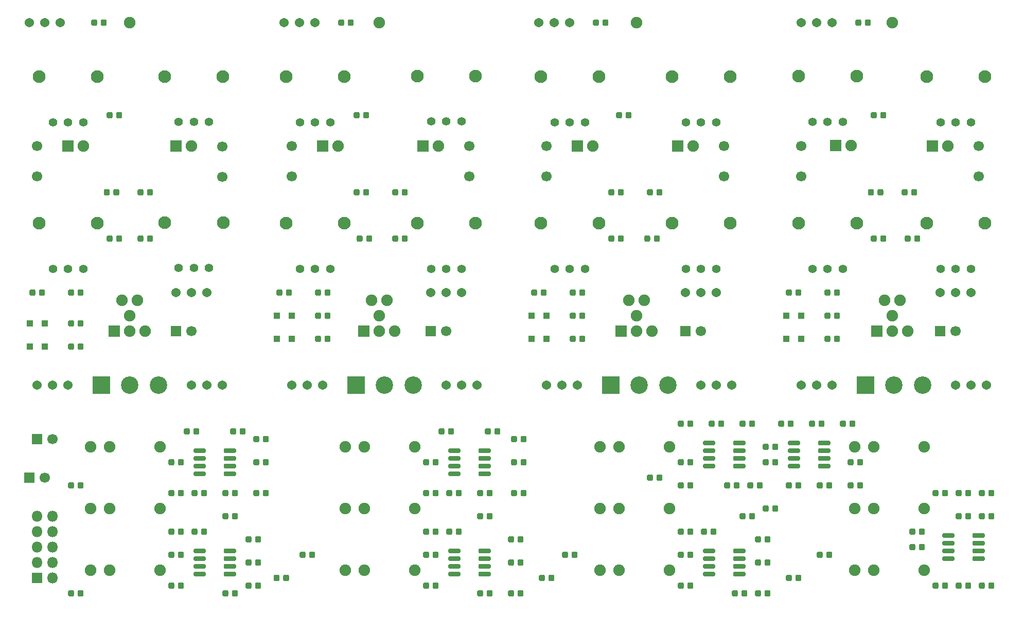
<source format=gbs>
G04 #@! TF.GenerationSoftware,KiCad,Pcbnew,(5.1.6-0-10_14)*
G04 #@! TF.CreationDate,2022-01-03T23:35:25+00:00*
G04 #@! TF.ProjectId,Quad Tube VCA,51756164-2054-4756-9265-205643412e6b,rev?*
G04 #@! TF.SameCoordinates,Original*
G04 #@! TF.FileFunction,Soldermask,Bot*
G04 #@! TF.FilePolarity,Negative*
%FSLAX46Y46*%
G04 Gerber Fmt 4.6, Leading zero omitted, Abs format (unit mm)*
G04 Created by KiCad (PCBNEW (5.1.6-0-10_14)) date 2022-01-03 23:35:25*
%MOMM*%
%LPD*%
G01*
G04 APERTURE LIST*
%ADD10C,1.700000*%
%ADD11R,1.700000X1.700000*%
%ADD12C,1.900000*%
%ADD13R,1.900000X1.900000*%
%ADD14C,2.875000*%
%ADD15R,2.875000X2.875000*%
%ADD16C,2.100000*%
%ADD17C,1.400000*%
%ADD18C,1.540000*%
%ADD19O,1.800000X1.800000*%
%ADD20R,1.800000X1.800000*%
%ADD21R,1.100000X1.100000*%
G04 APERTURE END LIST*
D10*
X220940000Y-99060000D03*
D11*
X218440000Y-99060000D03*
D10*
X179030000Y-99060000D03*
D11*
X176530000Y-99060000D03*
D10*
X137120000Y-99060000D03*
D11*
X134620000Y-99060000D03*
D10*
X95210000Y-99060000D03*
D11*
X92710000Y-99060000D03*
D10*
X72350000Y-116840000D03*
D11*
X69850000Y-116840000D03*
D10*
X71080000Y-123190000D03*
D11*
X68580000Y-123190000D03*
D12*
X126153333Y-48260000D03*
X126153333Y-96520000D03*
X124883333Y-93980000D03*
X127423333Y-93980000D03*
X128693333Y-99060000D03*
X126153333Y-99060000D03*
D13*
X123613333Y-99060000D03*
D12*
X85090000Y-48260000D03*
X85090000Y-96520000D03*
X83820000Y-93980000D03*
X86360000Y-93980000D03*
X87630000Y-99060000D03*
X85090000Y-99060000D03*
D13*
X82550000Y-99060000D03*
D12*
X210550000Y-48260000D03*
X210550000Y-96520000D03*
X209280000Y-93980000D03*
X211820000Y-93980000D03*
X213090000Y-99060000D03*
X210550000Y-99060000D03*
D13*
X208010000Y-99060000D03*
D12*
X168486666Y-48260000D03*
X168486666Y-96520000D03*
X167216666Y-93980000D03*
X169756666Y-93980000D03*
X171026666Y-99060000D03*
X168486666Y-99060000D03*
D13*
X165946666Y-99060000D03*
D14*
X215520000Y-107950000D03*
X210820000Y-107950000D03*
D15*
X206120000Y-107950000D03*
D14*
X173610000Y-107950000D03*
X168910000Y-107950000D03*
D15*
X164210000Y-107950000D03*
D14*
X131700000Y-107950000D03*
X127000000Y-107950000D03*
D15*
X122300000Y-107950000D03*
D14*
X89790000Y-107950000D03*
X85090000Y-107950000D03*
D15*
X80390000Y-107950000D03*
D16*
X204680000Y-57070000D03*
X195080000Y-57070000D03*
D17*
X202380000Y-64570000D03*
X199880000Y-64570000D03*
X197380000Y-64570000D03*
D16*
X162280000Y-57150000D03*
X152680000Y-57150000D03*
D17*
X159980000Y-64650000D03*
X157480000Y-64650000D03*
X154980000Y-64650000D03*
D16*
X120370000Y-57150000D03*
X110770000Y-57150000D03*
D17*
X118070000Y-64650000D03*
X115570000Y-64650000D03*
X113070000Y-64650000D03*
D16*
X79730000Y-57150000D03*
X70130000Y-57150000D03*
D17*
X77430000Y-64650000D03*
X74930000Y-64650000D03*
X72430000Y-64650000D03*
D16*
X204680000Y-81320000D03*
X195080000Y-81320000D03*
D17*
X202380000Y-88820000D03*
X199880000Y-88820000D03*
X197380000Y-88820000D03*
D16*
X162280000Y-81280000D03*
X152680000Y-81280000D03*
D17*
X159980000Y-88780000D03*
X157480000Y-88780000D03*
X154980000Y-88780000D03*
D16*
X120370000Y-81280000D03*
X110770000Y-81280000D03*
D17*
X118070000Y-88780000D03*
X115570000Y-88780000D03*
X113070000Y-88780000D03*
D16*
X79730000Y-81280000D03*
X70130000Y-81280000D03*
D17*
X77430000Y-88780000D03*
X74930000Y-88780000D03*
X72430000Y-88780000D03*
D16*
X225780000Y-57150000D03*
X216180000Y-57150000D03*
D17*
X223480000Y-64650000D03*
X220980000Y-64650000D03*
X218480000Y-64650000D03*
D16*
X183870000Y-57150000D03*
X174270000Y-57150000D03*
D17*
X181570000Y-64650000D03*
X179070000Y-64650000D03*
X176570000Y-64650000D03*
D16*
X141960000Y-57030000D03*
X132360000Y-57030000D03*
D17*
X139660000Y-64530000D03*
X137160000Y-64530000D03*
X134660000Y-64530000D03*
D16*
X100410000Y-57130000D03*
X90810000Y-57130000D03*
D17*
X98110000Y-64630000D03*
X95610000Y-64630000D03*
X93110000Y-64630000D03*
D16*
X225780000Y-81280000D03*
X216180000Y-81280000D03*
D17*
X223480000Y-88780000D03*
X220980000Y-88780000D03*
X218480000Y-88780000D03*
D16*
X183870000Y-81280000D03*
X174270000Y-81280000D03*
D17*
X181570000Y-88780000D03*
X179070000Y-88780000D03*
X176570000Y-88780000D03*
D16*
X141960000Y-81280000D03*
X132360000Y-81280000D03*
D17*
X139660000Y-88780000D03*
X137160000Y-88780000D03*
X134660000Y-88780000D03*
D16*
X100431000Y-81153000D03*
X90831000Y-81153000D03*
D17*
X98131000Y-88653000D03*
X95631000Y-88653000D03*
X93131000Y-88653000D03*
D12*
X215770000Y-138430000D03*
X204370000Y-138430000D03*
X207470000Y-138430000D03*
X173830000Y-138430000D03*
X162430000Y-138430000D03*
X165530000Y-138430000D03*
X131920000Y-138430000D03*
X120520000Y-138430000D03*
X123620000Y-138430000D03*
X90010000Y-138430000D03*
X78610000Y-138430000D03*
X81710000Y-138430000D03*
X215740000Y-118110000D03*
X204340000Y-118110000D03*
X207440000Y-118110000D03*
X173830000Y-118110000D03*
X162430000Y-118110000D03*
X165530000Y-118110000D03*
X131920000Y-118110000D03*
X120520000Y-118110000D03*
X123620000Y-118110000D03*
X90010000Y-118110000D03*
X78610000Y-118110000D03*
X81710000Y-118110000D03*
X215770000Y-128270000D03*
X204370000Y-128270000D03*
X207470000Y-128270000D03*
X173830000Y-128270000D03*
X162430000Y-128270000D03*
X165530000Y-128270000D03*
X131920000Y-128270000D03*
X120520000Y-128270000D03*
X123620000Y-128270000D03*
X90010000Y-128270000D03*
X78610000Y-128270000D03*
X81710000Y-128270000D03*
G36*
G01*
X188930000Y-141958750D02*
X188930000Y-142521250D01*
G75*
G02*
X188686250Y-142765000I-243750J0D01*
G01*
X188198750Y-142765000D01*
G75*
G02*
X187955000Y-142521250I0J243750D01*
G01*
X187955000Y-141958750D01*
G75*
G02*
X188198750Y-141715000I243750J0D01*
G01*
X188686250Y-141715000D01*
G75*
G02*
X188930000Y-141958750I0J-243750D01*
G01*
G37*
G36*
G01*
X190505000Y-141958750D02*
X190505000Y-142521250D01*
G75*
G02*
X190261250Y-142765000I-243750J0D01*
G01*
X189773750Y-142765000D01*
G75*
G02*
X189530000Y-142521250I0J243750D01*
G01*
X189530000Y-141958750D01*
G75*
G02*
X189773750Y-141715000I243750J0D01*
G01*
X190261250Y-141715000D01*
G75*
G02*
X190505000Y-141958750I0J-243750D01*
G01*
G37*
G36*
G01*
X189530000Y-137441250D02*
X189530000Y-136878750D01*
G75*
G02*
X189773750Y-136635000I243750J0D01*
G01*
X190261250Y-136635000D01*
G75*
G02*
X190505000Y-136878750I0J-243750D01*
G01*
X190505000Y-137441250D01*
G75*
G02*
X190261250Y-137685000I-243750J0D01*
G01*
X189773750Y-137685000D01*
G75*
G02*
X189530000Y-137441250I0J243750D01*
G01*
G37*
G36*
G01*
X187955000Y-137441250D02*
X187955000Y-136878750D01*
G75*
G02*
X188198750Y-136635000I243750J0D01*
G01*
X188686250Y-136635000D01*
G75*
G02*
X188930000Y-136878750I0J-243750D01*
G01*
X188930000Y-137441250D01*
G75*
G02*
X188686250Y-137685000I-243750J0D01*
G01*
X188198750Y-137685000D01*
G75*
G02*
X187955000Y-137441250I0J243750D01*
G01*
G37*
D18*
X195580000Y-48260000D03*
X198120000Y-48260000D03*
X200660000Y-48260000D03*
X152400000Y-48260000D03*
X154940000Y-48260000D03*
X157480000Y-48260000D03*
X110490000Y-48260000D03*
X113030000Y-48260000D03*
X115570000Y-48260000D03*
X68580000Y-48260000D03*
X71120000Y-48260000D03*
X73660000Y-48260000D03*
X220980000Y-107950000D03*
X223520000Y-107950000D03*
X226060000Y-107950000D03*
X179070000Y-107950000D03*
X181610000Y-107950000D03*
X184150000Y-107950000D03*
X137160000Y-107950000D03*
X139700000Y-107950000D03*
X142240000Y-107950000D03*
X95250000Y-107950000D03*
X97790000Y-107950000D03*
X100330000Y-107950000D03*
X218440000Y-92710000D03*
X220980000Y-92710000D03*
X223520000Y-92710000D03*
X176530000Y-92710000D03*
X179070000Y-92710000D03*
X181610000Y-92710000D03*
X134620000Y-92710000D03*
X137160000Y-92710000D03*
X139700000Y-92710000D03*
X92710000Y-92710000D03*
X95250000Y-92710000D03*
X97790000Y-92710000D03*
X195580000Y-107950000D03*
X198120000Y-107950000D03*
X200660000Y-107950000D03*
X153670000Y-107950000D03*
X156210000Y-107950000D03*
X158750000Y-107950000D03*
X111760000Y-107950000D03*
X114300000Y-107950000D03*
X116840000Y-107950000D03*
X69850000Y-107950000D03*
X72390000Y-107950000D03*
X74930000Y-107950000D03*
G36*
G01*
X199690000Y-136171250D02*
X199690000Y-135608750D01*
G75*
G02*
X199933750Y-135365000I243750J0D01*
G01*
X200421250Y-135365000D01*
G75*
G02*
X200665000Y-135608750I0J-243750D01*
G01*
X200665000Y-136171250D01*
G75*
G02*
X200421250Y-136415000I-243750J0D01*
G01*
X199933750Y-136415000D01*
G75*
G02*
X199690000Y-136171250I0J243750D01*
G01*
G37*
G36*
G01*
X198115000Y-136171250D02*
X198115000Y-135608750D01*
G75*
G02*
X198358750Y-135365000I243750J0D01*
G01*
X198846250Y-135365000D01*
G75*
G02*
X199090000Y-135608750I0J-243750D01*
G01*
X199090000Y-136171250D01*
G75*
G02*
X198846250Y-136415000I-243750J0D01*
G01*
X198358750Y-136415000D01*
G75*
G02*
X198115000Y-136171250I0J243750D01*
G01*
G37*
G36*
G01*
X157780000Y-136171250D02*
X157780000Y-135608750D01*
G75*
G02*
X158023750Y-135365000I243750J0D01*
G01*
X158511250Y-135365000D01*
G75*
G02*
X158755000Y-135608750I0J-243750D01*
G01*
X158755000Y-136171250D01*
G75*
G02*
X158511250Y-136415000I-243750J0D01*
G01*
X158023750Y-136415000D01*
G75*
G02*
X157780000Y-136171250I0J243750D01*
G01*
G37*
G36*
G01*
X156205000Y-136171250D02*
X156205000Y-135608750D01*
G75*
G02*
X156448750Y-135365000I243750J0D01*
G01*
X156936250Y-135365000D01*
G75*
G02*
X157180000Y-135608750I0J-243750D01*
G01*
X157180000Y-136171250D01*
G75*
G02*
X156936250Y-136415000I-243750J0D01*
G01*
X156448750Y-136415000D01*
G75*
G02*
X156205000Y-136171250I0J243750D01*
G01*
G37*
G36*
G01*
X114600000Y-136171250D02*
X114600000Y-135608750D01*
G75*
G02*
X114843750Y-135365000I243750J0D01*
G01*
X115331250Y-135365000D01*
G75*
G02*
X115575000Y-135608750I0J-243750D01*
G01*
X115575000Y-136171250D01*
G75*
G02*
X115331250Y-136415000I-243750J0D01*
G01*
X114843750Y-136415000D01*
G75*
G02*
X114600000Y-136171250I0J243750D01*
G01*
G37*
G36*
G01*
X113025000Y-136171250D02*
X113025000Y-135608750D01*
G75*
G02*
X113268750Y-135365000I243750J0D01*
G01*
X113756250Y-135365000D01*
G75*
G02*
X114000000Y-135608750I0J-243750D01*
G01*
X114000000Y-136171250D01*
G75*
G02*
X113756250Y-136415000I-243750J0D01*
G01*
X113268750Y-136415000D01*
G75*
G02*
X113025000Y-136171250I0J243750D01*
G01*
G37*
G36*
G01*
X203500000Y-114581250D02*
X203500000Y-114018750D01*
G75*
G02*
X203743750Y-113775000I243750J0D01*
G01*
X204231250Y-113775000D01*
G75*
G02*
X204475000Y-114018750I0J-243750D01*
G01*
X204475000Y-114581250D01*
G75*
G02*
X204231250Y-114825000I-243750J0D01*
G01*
X203743750Y-114825000D01*
G75*
G02*
X203500000Y-114581250I0J243750D01*
G01*
G37*
G36*
G01*
X201925000Y-114581250D02*
X201925000Y-114018750D01*
G75*
G02*
X202168750Y-113775000I243750J0D01*
G01*
X202656250Y-113775000D01*
G75*
G02*
X202900000Y-114018750I0J-243750D01*
G01*
X202900000Y-114581250D01*
G75*
G02*
X202656250Y-114825000I-243750J0D01*
G01*
X202168750Y-114825000D01*
G75*
G02*
X201925000Y-114581250I0J243750D01*
G01*
G37*
G36*
G01*
X190800000Y-118391250D02*
X190800000Y-117828750D01*
G75*
G02*
X191043750Y-117585000I243750J0D01*
G01*
X191531250Y-117585000D01*
G75*
G02*
X191775000Y-117828750I0J-243750D01*
G01*
X191775000Y-118391250D01*
G75*
G02*
X191531250Y-118635000I-243750J0D01*
G01*
X191043750Y-118635000D01*
G75*
G02*
X190800000Y-118391250I0J243750D01*
G01*
G37*
G36*
G01*
X189225000Y-118391250D02*
X189225000Y-117828750D01*
G75*
G02*
X189468750Y-117585000I243750J0D01*
G01*
X189956250Y-117585000D01*
G75*
G02*
X190200000Y-117828750I0J-243750D01*
G01*
X190200000Y-118391250D01*
G75*
G02*
X189956250Y-118635000I-243750J0D01*
G01*
X189468750Y-118635000D01*
G75*
G02*
X189225000Y-118391250I0J243750D01*
G01*
G37*
G36*
G01*
X194610000Y-92991250D02*
X194610000Y-92428750D01*
G75*
G02*
X194853750Y-92185000I243750J0D01*
G01*
X195341250Y-92185000D01*
G75*
G02*
X195585000Y-92428750I0J-243750D01*
G01*
X195585000Y-92991250D01*
G75*
G02*
X195341250Y-93235000I-243750J0D01*
G01*
X194853750Y-93235000D01*
G75*
G02*
X194610000Y-92991250I0J243750D01*
G01*
G37*
G36*
G01*
X193035000Y-92991250D02*
X193035000Y-92428750D01*
G75*
G02*
X193278750Y-92185000I243750J0D01*
G01*
X193766250Y-92185000D01*
G75*
G02*
X194010000Y-92428750I0J-243750D01*
G01*
X194010000Y-92991250D01*
G75*
G02*
X193766250Y-93235000I-243750J0D01*
G01*
X193278750Y-93235000D01*
G75*
G02*
X193035000Y-92991250I0J243750D01*
G01*
G37*
G36*
G01*
X200360000Y-92428750D02*
X200360000Y-92991250D01*
G75*
G02*
X200116250Y-93235000I-243750J0D01*
G01*
X199628750Y-93235000D01*
G75*
G02*
X199385000Y-92991250I0J243750D01*
G01*
X199385000Y-92428750D01*
G75*
G02*
X199628750Y-92185000I243750J0D01*
G01*
X200116250Y-92185000D01*
G75*
G02*
X200360000Y-92428750I0J-243750D01*
G01*
G37*
G36*
G01*
X201935000Y-92428750D02*
X201935000Y-92991250D01*
G75*
G02*
X201691250Y-93235000I-243750J0D01*
G01*
X201203750Y-93235000D01*
G75*
G02*
X200960000Y-92991250I0J243750D01*
G01*
X200960000Y-92428750D01*
G75*
G02*
X201203750Y-92185000I243750J0D01*
G01*
X201691250Y-92185000D01*
G75*
G02*
X201935000Y-92428750I0J-243750D01*
G01*
G37*
G36*
G01*
X194010000Y-124178750D02*
X194010000Y-124741250D01*
G75*
G02*
X193766250Y-124985000I-243750J0D01*
G01*
X193278750Y-124985000D01*
G75*
G02*
X193035000Y-124741250I0J243750D01*
G01*
X193035000Y-124178750D01*
G75*
G02*
X193278750Y-123935000I243750J0D01*
G01*
X193766250Y-123935000D01*
G75*
G02*
X194010000Y-124178750I0J-243750D01*
G01*
G37*
G36*
G01*
X195585000Y-124178750D02*
X195585000Y-124741250D01*
G75*
G02*
X195341250Y-124985000I-243750J0D01*
G01*
X194853750Y-124985000D01*
G75*
G02*
X194610000Y-124741250I0J243750D01*
G01*
X194610000Y-124178750D01*
G75*
G02*
X194853750Y-123935000I243750J0D01*
G01*
X195341250Y-123935000D01*
G75*
G02*
X195585000Y-124178750I0J-243750D01*
G01*
G37*
G36*
G01*
X204170000Y-124178750D02*
X204170000Y-124741250D01*
G75*
G02*
X203926250Y-124985000I-243750J0D01*
G01*
X203438750Y-124985000D01*
G75*
G02*
X203195000Y-124741250I0J243750D01*
G01*
X203195000Y-124178750D01*
G75*
G02*
X203438750Y-123935000I243750J0D01*
G01*
X203926250Y-123935000D01*
G75*
G02*
X204170000Y-124178750I0J-243750D01*
G01*
G37*
G36*
G01*
X205745000Y-124178750D02*
X205745000Y-124741250D01*
G75*
G02*
X205501250Y-124985000I-243750J0D01*
G01*
X205013750Y-124985000D01*
G75*
G02*
X204770000Y-124741250I0J243750D01*
G01*
X204770000Y-124178750D01*
G75*
G02*
X205013750Y-123935000I243750J0D01*
G01*
X205501250Y-123935000D01*
G75*
G02*
X205745000Y-124178750I0J-243750D01*
G01*
G37*
G36*
G01*
X200960000Y-96801250D02*
X200960000Y-96238750D01*
G75*
G02*
X201203750Y-95995000I243750J0D01*
G01*
X201691250Y-95995000D01*
G75*
G02*
X201935000Y-96238750I0J-243750D01*
G01*
X201935000Y-96801250D01*
G75*
G02*
X201691250Y-97045000I-243750J0D01*
G01*
X201203750Y-97045000D01*
G75*
G02*
X200960000Y-96801250I0J243750D01*
G01*
G37*
G36*
G01*
X199385000Y-96801250D02*
X199385000Y-96238750D01*
G75*
G02*
X199628750Y-95995000I243750J0D01*
G01*
X200116250Y-95995000D01*
G75*
G02*
X200360000Y-96238750I0J-243750D01*
G01*
X200360000Y-96801250D01*
G75*
G02*
X200116250Y-97045000I-243750J0D01*
G01*
X199628750Y-97045000D01*
G75*
G02*
X199385000Y-96801250I0J243750D01*
G01*
G37*
G36*
G01*
X214142500Y-84101250D02*
X214142500Y-83538750D01*
G75*
G02*
X214386250Y-83295000I243750J0D01*
G01*
X214873750Y-83295000D01*
G75*
G02*
X215117500Y-83538750I0J-243750D01*
G01*
X215117500Y-84101250D01*
G75*
G02*
X214873750Y-84345000I-243750J0D01*
G01*
X214386250Y-84345000D01*
G75*
G02*
X214142500Y-84101250I0J243750D01*
G01*
G37*
G36*
G01*
X212567500Y-84101250D02*
X212567500Y-83538750D01*
G75*
G02*
X212811250Y-83295000I243750J0D01*
G01*
X213298750Y-83295000D01*
G75*
G02*
X213542500Y-83538750I0J-243750D01*
G01*
X213542500Y-84101250D01*
G75*
G02*
X213298750Y-84345000I-243750J0D01*
G01*
X212811250Y-84345000D01*
G75*
G02*
X212567500Y-84101250I0J243750D01*
G01*
G37*
G36*
G01*
X200960000Y-100611250D02*
X200960000Y-100048750D01*
G75*
G02*
X201203750Y-99805000I243750J0D01*
G01*
X201691250Y-99805000D01*
G75*
G02*
X201935000Y-100048750I0J-243750D01*
G01*
X201935000Y-100611250D01*
G75*
G02*
X201691250Y-100855000I-243750J0D01*
G01*
X201203750Y-100855000D01*
G75*
G02*
X200960000Y-100611250I0J243750D01*
G01*
G37*
G36*
G01*
X199385000Y-100611250D02*
X199385000Y-100048750D01*
G75*
G02*
X199628750Y-99805000I243750J0D01*
G01*
X200116250Y-99805000D01*
G75*
G02*
X200360000Y-100048750I0J-243750D01*
G01*
X200360000Y-100611250D01*
G75*
G02*
X200116250Y-100855000I-243750J0D01*
G01*
X199628750Y-100855000D01*
G75*
G02*
X199385000Y-100611250I0J243750D01*
G01*
G37*
G36*
G01*
X208580000Y-84101250D02*
X208580000Y-83538750D01*
G75*
G02*
X208823750Y-83295000I243750J0D01*
G01*
X209311250Y-83295000D01*
G75*
G02*
X209555000Y-83538750I0J-243750D01*
G01*
X209555000Y-84101250D01*
G75*
G02*
X209311250Y-84345000I-243750J0D01*
G01*
X208823750Y-84345000D01*
G75*
G02*
X208580000Y-84101250I0J243750D01*
G01*
G37*
G36*
G01*
X207005000Y-84101250D02*
X207005000Y-83538750D01*
G75*
G02*
X207248750Y-83295000I243750J0D01*
G01*
X207736250Y-83295000D01*
G75*
G02*
X207980000Y-83538750I0J-243750D01*
G01*
X207980000Y-84101250D01*
G75*
G02*
X207736250Y-84345000I-243750J0D01*
G01*
X207248750Y-84345000D01*
G75*
G02*
X207005000Y-84101250I0J243750D01*
G01*
G37*
G36*
G01*
X208097500Y-76481250D02*
X208097500Y-75918750D01*
G75*
G02*
X208341250Y-75675000I243750J0D01*
G01*
X208828750Y-75675000D01*
G75*
G02*
X209072500Y-75918750I0J-243750D01*
G01*
X209072500Y-76481250D01*
G75*
G02*
X208828750Y-76725000I-243750J0D01*
G01*
X208341250Y-76725000D01*
G75*
G02*
X208097500Y-76481250I0J243750D01*
G01*
G37*
G36*
G01*
X206522500Y-76481250D02*
X206522500Y-75918750D01*
G75*
G02*
X206766250Y-75675000I243750J0D01*
G01*
X207253750Y-75675000D01*
G75*
G02*
X207497500Y-75918750I0J-243750D01*
G01*
X207497500Y-76481250D01*
G75*
G02*
X207253750Y-76725000I-243750J0D01*
G01*
X206766250Y-76725000D01*
G75*
G02*
X206522500Y-76481250I0J243750D01*
G01*
G37*
G36*
G01*
X213660000Y-76481250D02*
X213660000Y-75918750D01*
G75*
G02*
X213903750Y-75675000I243750J0D01*
G01*
X214391250Y-75675000D01*
G75*
G02*
X214635000Y-75918750I0J-243750D01*
G01*
X214635000Y-76481250D01*
G75*
G02*
X214391250Y-76725000I-243750J0D01*
G01*
X213903750Y-76725000D01*
G75*
G02*
X213660000Y-76481250I0J243750D01*
G01*
G37*
G36*
G01*
X212085000Y-76481250D02*
X212085000Y-75918750D01*
G75*
G02*
X212328750Y-75675000I243750J0D01*
G01*
X212816250Y-75675000D01*
G75*
G02*
X213060000Y-75918750I0J-243750D01*
G01*
X213060000Y-76481250D01*
G75*
G02*
X212816250Y-76725000I-243750J0D01*
G01*
X212328750Y-76725000D01*
G75*
G02*
X212085000Y-76481250I0J243750D01*
G01*
G37*
G36*
G01*
X222550000Y-126011250D02*
X222550000Y-125448750D01*
G75*
G02*
X222793750Y-125205000I243750J0D01*
G01*
X223281250Y-125205000D01*
G75*
G02*
X223525000Y-125448750I0J-243750D01*
G01*
X223525000Y-126011250D01*
G75*
G02*
X223281250Y-126255000I-243750J0D01*
G01*
X222793750Y-126255000D01*
G75*
G02*
X222550000Y-126011250I0J243750D01*
G01*
G37*
G36*
G01*
X220975000Y-126011250D02*
X220975000Y-125448750D01*
G75*
G02*
X221218750Y-125205000I243750J0D01*
G01*
X221706250Y-125205000D01*
G75*
G02*
X221950000Y-125448750I0J-243750D01*
G01*
X221950000Y-126011250D01*
G75*
G02*
X221706250Y-126255000I-243750J0D01*
G01*
X221218750Y-126255000D01*
G75*
G02*
X220975000Y-126011250I0J243750D01*
G01*
G37*
G36*
G01*
X208580000Y-63781250D02*
X208580000Y-63218750D01*
G75*
G02*
X208823750Y-62975000I243750J0D01*
G01*
X209311250Y-62975000D01*
G75*
G02*
X209555000Y-63218750I0J-243750D01*
G01*
X209555000Y-63781250D01*
G75*
G02*
X209311250Y-64025000I-243750J0D01*
G01*
X208823750Y-64025000D01*
G75*
G02*
X208580000Y-63781250I0J243750D01*
G01*
G37*
G36*
G01*
X207005000Y-63781250D02*
X207005000Y-63218750D01*
G75*
G02*
X207248750Y-62975000I243750J0D01*
G01*
X207736250Y-62975000D01*
G75*
G02*
X207980000Y-63218750I0J-243750D01*
G01*
X207980000Y-63781250D01*
G75*
G02*
X207736250Y-64025000I-243750J0D01*
G01*
X207248750Y-64025000D01*
G75*
G02*
X207005000Y-63781250I0J243750D01*
G01*
G37*
G36*
G01*
X206040000Y-48541250D02*
X206040000Y-47978750D01*
G75*
G02*
X206283750Y-47735000I243750J0D01*
G01*
X206771250Y-47735000D01*
G75*
G02*
X207015000Y-47978750I0J-243750D01*
G01*
X207015000Y-48541250D01*
G75*
G02*
X206771250Y-48785000I-243750J0D01*
G01*
X206283750Y-48785000D01*
G75*
G02*
X206040000Y-48541250I0J243750D01*
G01*
G37*
G36*
G01*
X204465000Y-48541250D02*
X204465000Y-47978750D01*
G75*
G02*
X204708750Y-47735000I243750J0D01*
G01*
X205196250Y-47735000D01*
G75*
G02*
X205440000Y-47978750I0J-243750D01*
G01*
X205440000Y-48541250D01*
G75*
G02*
X205196250Y-48785000I-243750J0D01*
G01*
X204708750Y-48785000D01*
G75*
G02*
X204465000Y-48541250I0J243750D01*
G01*
G37*
G36*
G01*
X218740000Y-141251250D02*
X218740000Y-140688750D01*
G75*
G02*
X218983750Y-140445000I243750J0D01*
G01*
X219471250Y-140445000D01*
G75*
G02*
X219715000Y-140688750I0J-243750D01*
G01*
X219715000Y-141251250D01*
G75*
G02*
X219471250Y-141495000I-243750J0D01*
G01*
X218983750Y-141495000D01*
G75*
G02*
X218740000Y-141251250I0J243750D01*
G01*
G37*
G36*
G01*
X217165000Y-141251250D02*
X217165000Y-140688750D01*
G75*
G02*
X217408750Y-140445000I243750J0D01*
G01*
X217896250Y-140445000D01*
G75*
G02*
X218140000Y-140688750I0J-243750D01*
G01*
X218140000Y-141251250D01*
G75*
G02*
X217896250Y-141495000I-243750J0D01*
G01*
X217408750Y-141495000D01*
G75*
G02*
X217165000Y-141251250I0J243750D01*
G01*
G37*
G36*
G01*
X214330000Y-131798750D02*
X214330000Y-132361250D01*
G75*
G02*
X214086250Y-132605000I-243750J0D01*
G01*
X213598750Y-132605000D01*
G75*
G02*
X213355000Y-132361250I0J243750D01*
G01*
X213355000Y-131798750D01*
G75*
G02*
X213598750Y-131555000I243750J0D01*
G01*
X214086250Y-131555000D01*
G75*
G02*
X214330000Y-131798750I0J-243750D01*
G01*
G37*
G36*
G01*
X215905000Y-131798750D02*
X215905000Y-132361250D01*
G75*
G02*
X215661250Y-132605000I-243750J0D01*
G01*
X215173750Y-132605000D01*
G75*
G02*
X214930000Y-132361250I0J243750D01*
G01*
X214930000Y-131798750D01*
G75*
G02*
X215173750Y-131555000I243750J0D01*
G01*
X215661250Y-131555000D01*
G75*
G02*
X215905000Y-131798750I0J-243750D01*
G01*
G37*
G36*
G01*
X225760000Y-140688750D02*
X225760000Y-141251250D01*
G75*
G02*
X225516250Y-141495000I-243750J0D01*
G01*
X225028750Y-141495000D01*
G75*
G02*
X224785000Y-141251250I0J243750D01*
G01*
X224785000Y-140688750D01*
G75*
G02*
X225028750Y-140445000I243750J0D01*
G01*
X225516250Y-140445000D01*
G75*
G02*
X225760000Y-140688750I0J-243750D01*
G01*
G37*
G36*
G01*
X227335000Y-140688750D02*
X227335000Y-141251250D01*
G75*
G02*
X227091250Y-141495000I-243750J0D01*
G01*
X226603750Y-141495000D01*
G75*
G02*
X226360000Y-141251250I0J243750D01*
G01*
X226360000Y-140688750D01*
G75*
G02*
X226603750Y-140445000I243750J0D01*
G01*
X227091250Y-140445000D01*
G75*
G02*
X227335000Y-140688750I0J-243750D01*
G01*
G37*
G36*
G01*
X222550000Y-129821250D02*
X222550000Y-129258750D01*
G75*
G02*
X222793750Y-129015000I243750J0D01*
G01*
X223281250Y-129015000D01*
G75*
G02*
X223525000Y-129258750I0J-243750D01*
G01*
X223525000Y-129821250D01*
G75*
G02*
X223281250Y-130065000I-243750J0D01*
G01*
X222793750Y-130065000D01*
G75*
G02*
X222550000Y-129821250I0J243750D01*
G01*
G37*
G36*
G01*
X220975000Y-129821250D02*
X220975000Y-129258750D01*
G75*
G02*
X221218750Y-129015000I243750J0D01*
G01*
X221706250Y-129015000D01*
G75*
G02*
X221950000Y-129258750I0J-243750D01*
G01*
X221950000Y-129821250D01*
G75*
G02*
X221706250Y-130065000I-243750J0D01*
G01*
X221218750Y-130065000D01*
G75*
G02*
X220975000Y-129821250I0J243750D01*
G01*
G37*
G36*
G01*
X226360000Y-126011250D02*
X226360000Y-125448750D01*
G75*
G02*
X226603750Y-125205000I243750J0D01*
G01*
X227091250Y-125205000D01*
G75*
G02*
X227335000Y-125448750I0J-243750D01*
G01*
X227335000Y-126011250D01*
G75*
G02*
X227091250Y-126255000I-243750J0D01*
G01*
X226603750Y-126255000D01*
G75*
G02*
X226360000Y-126011250I0J243750D01*
G01*
G37*
G36*
G01*
X224785000Y-126011250D02*
X224785000Y-125448750D01*
G75*
G02*
X225028750Y-125205000I243750J0D01*
G01*
X225516250Y-125205000D01*
G75*
G02*
X225760000Y-125448750I0J-243750D01*
G01*
X225760000Y-126011250D01*
G75*
G02*
X225516250Y-126255000I-243750J0D01*
G01*
X225028750Y-126255000D01*
G75*
G02*
X224785000Y-126011250I0J243750D01*
G01*
G37*
G36*
G01*
X186990000Y-114581250D02*
X186990000Y-114018750D01*
G75*
G02*
X187233750Y-113775000I243750J0D01*
G01*
X187721250Y-113775000D01*
G75*
G02*
X187965000Y-114018750I0J-243750D01*
G01*
X187965000Y-114581250D01*
G75*
G02*
X187721250Y-114825000I-243750J0D01*
G01*
X187233750Y-114825000D01*
G75*
G02*
X186990000Y-114581250I0J243750D01*
G01*
G37*
G36*
G01*
X185415000Y-114581250D02*
X185415000Y-114018750D01*
G75*
G02*
X185658750Y-113775000I243750J0D01*
G01*
X186146250Y-113775000D01*
G75*
G02*
X186390000Y-114018750I0J-243750D01*
G01*
X186390000Y-114581250D01*
G75*
G02*
X186146250Y-114825000I-243750J0D01*
G01*
X185658750Y-114825000D01*
G75*
G02*
X185415000Y-114581250I0J243750D01*
G01*
G37*
G36*
G01*
X171750000Y-123471250D02*
X171750000Y-122908750D01*
G75*
G02*
X171993750Y-122665000I243750J0D01*
G01*
X172481250Y-122665000D01*
G75*
G02*
X172725000Y-122908750I0J-243750D01*
G01*
X172725000Y-123471250D01*
G75*
G02*
X172481250Y-123715000I-243750J0D01*
G01*
X171993750Y-123715000D01*
G75*
G02*
X171750000Y-123471250I0J243750D01*
G01*
G37*
G36*
G01*
X170175000Y-123471250D02*
X170175000Y-122908750D01*
G75*
G02*
X170418750Y-122665000I243750J0D01*
G01*
X170906250Y-122665000D01*
G75*
G02*
X171150000Y-122908750I0J-243750D01*
G01*
X171150000Y-123471250D01*
G75*
G02*
X170906250Y-123715000I-243750J0D01*
G01*
X170418750Y-123715000D01*
G75*
G02*
X170175000Y-123471250I0J243750D01*
G01*
G37*
G36*
G01*
X152700000Y-92991250D02*
X152700000Y-92428750D01*
G75*
G02*
X152943750Y-92185000I243750J0D01*
G01*
X153431250Y-92185000D01*
G75*
G02*
X153675000Y-92428750I0J-243750D01*
G01*
X153675000Y-92991250D01*
G75*
G02*
X153431250Y-93235000I-243750J0D01*
G01*
X152943750Y-93235000D01*
G75*
G02*
X152700000Y-92991250I0J243750D01*
G01*
G37*
G36*
G01*
X151125000Y-92991250D02*
X151125000Y-92428750D01*
G75*
G02*
X151368750Y-92185000I243750J0D01*
G01*
X151856250Y-92185000D01*
G75*
G02*
X152100000Y-92428750I0J-243750D01*
G01*
X152100000Y-92991250D01*
G75*
G02*
X151856250Y-93235000I-243750J0D01*
G01*
X151368750Y-93235000D01*
G75*
G02*
X151125000Y-92991250I0J243750D01*
G01*
G37*
G36*
G01*
X158450000Y-92428750D02*
X158450000Y-92991250D01*
G75*
G02*
X158206250Y-93235000I-243750J0D01*
G01*
X157718750Y-93235000D01*
G75*
G02*
X157475000Y-92991250I0J243750D01*
G01*
X157475000Y-92428750D01*
G75*
G02*
X157718750Y-92185000I243750J0D01*
G01*
X158206250Y-92185000D01*
G75*
G02*
X158450000Y-92428750I0J-243750D01*
G01*
G37*
G36*
G01*
X160025000Y-92428750D02*
X160025000Y-92991250D01*
G75*
G02*
X159781250Y-93235000I-243750J0D01*
G01*
X159293750Y-93235000D01*
G75*
G02*
X159050000Y-92991250I0J243750D01*
G01*
X159050000Y-92428750D01*
G75*
G02*
X159293750Y-92185000I243750J0D01*
G01*
X159781250Y-92185000D01*
G75*
G02*
X160025000Y-92428750I0J-243750D01*
G01*
G37*
G36*
G01*
X176830000Y-124741250D02*
X176830000Y-124178750D01*
G75*
G02*
X177073750Y-123935000I243750J0D01*
G01*
X177561250Y-123935000D01*
G75*
G02*
X177805000Y-124178750I0J-243750D01*
G01*
X177805000Y-124741250D01*
G75*
G02*
X177561250Y-124985000I-243750J0D01*
G01*
X177073750Y-124985000D01*
G75*
G02*
X176830000Y-124741250I0J243750D01*
G01*
G37*
G36*
G01*
X175255000Y-124741250D02*
X175255000Y-124178750D01*
G75*
G02*
X175498750Y-123935000I243750J0D01*
G01*
X175986250Y-123935000D01*
G75*
G02*
X176230000Y-124178750I0J-243750D01*
G01*
X176230000Y-124741250D01*
G75*
G02*
X175986250Y-124985000I-243750J0D01*
G01*
X175498750Y-124985000D01*
G75*
G02*
X175255000Y-124741250I0J243750D01*
G01*
G37*
G36*
G01*
X187660000Y-124178750D02*
X187660000Y-124741250D01*
G75*
G02*
X187416250Y-124985000I-243750J0D01*
G01*
X186928750Y-124985000D01*
G75*
G02*
X186685000Y-124741250I0J243750D01*
G01*
X186685000Y-124178750D01*
G75*
G02*
X186928750Y-123935000I243750J0D01*
G01*
X187416250Y-123935000D01*
G75*
G02*
X187660000Y-124178750I0J-243750D01*
G01*
G37*
G36*
G01*
X189235000Y-124178750D02*
X189235000Y-124741250D01*
G75*
G02*
X188991250Y-124985000I-243750J0D01*
G01*
X188503750Y-124985000D01*
G75*
G02*
X188260000Y-124741250I0J243750D01*
G01*
X188260000Y-124178750D01*
G75*
G02*
X188503750Y-123935000I243750J0D01*
G01*
X188991250Y-123935000D01*
G75*
G02*
X189235000Y-124178750I0J-243750D01*
G01*
G37*
G36*
G01*
X159050000Y-96801250D02*
X159050000Y-96238750D01*
G75*
G02*
X159293750Y-95995000I243750J0D01*
G01*
X159781250Y-95995000D01*
G75*
G02*
X160025000Y-96238750I0J-243750D01*
G01*
X160025000Y-96801250D01*
G75*
G02*
X159781250Y-97045000I-243750J0D01*
G01*
X159293750Y-97045000D01*
G75*
G02*
X159050000Y-96801250I0J243750D01*
G01*
G37*
G36*
G01*
X157475000Y-96801250D02*
X157475000Y-96238750D01*
G75*
G02*
X157718750Y-95995000I243750J0D01*
G01*
X158206250Y-95995000D01*
G75*
G02*
X158450000Y-96238750I0J-243750D01*
G01*
X158450000Y-96801250D01*
G75*
G02*
X158206250Y-97045000I-243750J0D01*
G01*
X157718750Y-97045000D01*
G75*
G02*
X157475000Y-96801250I0J243750D01*
G01*
G37*
G36*
G01*
X171300000Y-84101250D02*
X171300000Y-83538750D01*
G75*
G02*
X171543750Y-83295000I243750J0D01*
G01*
X172031250Y-83295000D01*
G75*
G02*
X172275000Y-83538750I0J-243750D01*
G01*
X172275000Y-84101250D01*
G75*
G02*
X172031250Y-84345000I-243750J0D01*
G01*
X171543750Y-84345000D01*
G75*
G02*
X171300000Y-84101250I0J243750D01*
G01*
G37*
G36*
G01*
X169725000Y-84101250D02*
X169725000Y-83538750D01*
G75*
G02*
X169968750Y-83295000I243750J0D01*
G01*
X170456250Y-83295000D01*
G75*
G02*
X170700000Y-83538750I0J-243750D01*
G01*
X170700000Y-84101250D01*
G75*
G02*
X170456250Y-84345000I-243750J0D01*
G01*
X169968750Y-84345000D01*
G75*
G02*
X169725000Y-84101250I0J243750D01*
G01*
G37*
G36*
G01*
X159050000Y-100611250D02*
X159050000Y-100048750D01*
G75*
G02*
X159293750Y-99805000I243750J0D01*
G01*
X159781250Y-99805000D01*
G75*
G02*
X160025000Y-100048750I0J-243750D01*
G01*
X160025000Y-100611250D01*
G75*
G02*
X159781250Y-100855000I-243750J0D01*
G01*
X159293750Y-100855000D01*
G75*
G02*
X159050000Y-100611250I0J243750D01*
G01*
G37*
G36*
G01*
X157475000Y-100611250D02*
X157475000Y-100048750D01*
G75*
G02*
X157718750Y-99805000I243750J0D01*
G01*
X158206250Y-99805000D01*
G75*
G02*
X158450000Y-100048750I0J-243750D01*
G01*
X158450000Y-100611250D01*
G75*
G02*
X158206250Y-100855000I-243750J0D01*
G01*
X157718750Y-100855000D01*
G75*
G02*
X157475000Y-100611250I0J243750D01*
G01*
G37*
G36*
G01*
X165400000Y-84101250D02*
X165400000Y-83538750D01*
G75*
G02*
X165643750Y-83295000I243750J0D01*
G01*
X166131250Y-83295000D01*
G75*
G02*
X166375000Y-83538750I0J-243750D01*
G01*
X166375000Y-84101250D01*
G75*
G02*
X166131250Y-84345000I-243750J0D01*
G01*
X165643750Y-84345000D01*
G75*
G02*
X165400000Y-84101250I0J243750D01*
G01*
G37*
G36*
G01*
X163825000Y-84101250D02*
X163825000Y-83538750D01*
G75*
G02*
X164068750Y-83295000I243750J0D01*
G01*
X164556250Y-83295000D01*
G75*
G02*
X164800000Y-83538750I0J-243750D01*
G01*
X164800000Y-84101250D01*
G75*
G02*
X164556250Y-84345000I-243750J0D01*
G01*
X164068750Y-84345000D01*
G75*
G02*
X163825000Y-84101250I0J243750D01*
G01*
G37*
G36*
G01*
X165400000Y-76481250D02*
X165400000Y-75918750D01*
G75*
G02*
X165643750Y-75675000I243750J0D01*
G01*
X166131250Y-75675000D01*
G75*
G02*
X166375000Y-75918750I0J-243750D01*
G01*
X166375000Y-76481250D01*
G75*
G02*
X166131250Y-76725000I-243750J0D01*
G01*
X165643750Y-76725000D01*
G75*
G02*
X165400000Y-76481250I0J243750D01*
G01*
G37*
G36*
G01*
X163825000Y-76481250D02*
X163825000Y-75918750D01*
G75*
G02*
X164068750Y-75675000I243750J0D01*
G01*
X164556250Y-75675000D01*
G75*
G02*
X164800000Y-75918750I0J-243750D01*
G01*
X164800000Y-76481250D01*
G75*
G02*
X164556250Y-76725000I-243750J0D01*
G01*
X164068750Y-76725000D01*
G75*
G02*
X163825000Y-76481250I0J243750D01*
G01*
G37*
G36*
G01*
X171750000Y-76481250D02*
X171750000Y-75918750D01*
G75*
G02*
X171993750Y-75675000I243750J0D01*
G01*
X172481250Y-75675000D01*
G75*
G02*
X172725000Y-75918750I0J-243750D01*
G01*
X172725000Y-76481250D01*
G75*
G02*
X172481250Y-76725000I-243750J0D01*
G01*
X171993750Y-76725000D01*
G75*
G02*
X171750000Y-76481250I0J243750D01*
G01*
G37*
G36*
G01*
X170175000Y-76481250D02*
X170175000Y-75918750D01*
G75*
G02*
X170418750Y-75675000I243750J0D01*
G01*
X170906250Y-75675000D01*
G75*
G02*
X171150000Y-75918750I0J-243750D01*
G01*
X171150000Y-76481250D01*
G75*
G02*
X170906250Y-76725000I-243750J0D01*
G01*
X170418750Y-76725000D01*
G75*
G02*
X170175000Y-76481250I0J243750D01*
G01*
G37*
G36*
G01*
X186990000Y-129821250D02*
X186990000Y-129258750D01*
G75*
G02*
X187233750Y-129015000I243750J0D01*
G01*
X187721250Y-129015000D01*
G75*
G02*
X187965000Y-129258750I0J-243750D01*
G01*
X187965000Y-129821250D01*
G75*
G02*
X187721250Y-130065000I-243750J0D01*
G01*
X187233750Y-130065000D01*
G75*
G02*
X186990000Y-129821250I0J243750D01*
G01*
G37*
G36*
G01*
X185415000Y-129821250D02*
X185415000Y-129258750D01*
G75*
G02*
X185658750Y-129015000I243750J0D01*
G01*
X186146250Y-129015000D01*
G75*
G02*
X186390000Y-129258750I0J-243750D01*
G01*
X186390000Y-129821250D01*
G75*
G02*
X186146250Y-130065000I-243750J0D01*
G01*
X185658750Y-130065000D01*
G75*
G02*
X185415000Y-129821250I0J243750D01*
G01*
G37*
G36*
G01*
X166670000Y-63781250D02*
X166670000Y-63218750D01*
G75*
G02*
X166913750Y-62975000I243750J0D01*
G01*
X167401250Y-62975000D01*
G75*
G02*
X167645000Y-63218750I0J-243750D01*
G01*
X167645000Y-63781250D01*
G75*
G02*
X167401250Y-64025000I-243750J0D01*
G01*
X166913750Y-64025000D01*
G75*
G02*
X166670000Y-63781250I0J243750D01*
G01*
G37*
G36*
G01*
X165095000Y-63781250D02*
X165095000Y-63218750D01*
G75*
G02*
X165338750Y-62975000I243750J0D01*
G01*
X165826250Y-62975000D01*
G75*
G02*
X166070000Y-63218750I0J-243750D01*
G01*
X166070000Y-63781250D01*
G75*
G02*
X165826250Y-64025000I-243750J0D01*
G01*
X165338750Y-64025000D01*
G75*
G02*
X165095000Y-63781250I0J243750D01*
G01*
G37*
G36*
G01*
X162860000Y-48541250D02*
X162860000Y-47978750D01*
G75*
G02*
X163103750Y-47735000I243750J0D01*
G01*
X163591250Y-47735000D01*
G75*
G02*
X163835000Y-47978750I0J-243750D01*
G01*
X163835000Y-48541250D01*
G75*
G02*
X163591250Y-48785000I-243750J0D01*
G01*
X163103750Y-48785000D01*
G75*
G02*
X162860000Y-48541250I0J243750D01*
G01*
G37*
G36*
G01*
X161285000Y-48541250D02*
X161285000Y-47978750D01*
G75*
G02*
X161528750Y-47735000I243750J0D01*
G01*
X162016250Y-47735000D01*
G75*
G02*
X162260000Y-47978750I0J-243750D01*
G01*
X162260000Y-48541250D01*
G75*
G02*
X162016250Y-48785000I-243750J0D01*
G01*
X161528750Y-48785000D01*
G75*
G02*
X161285000Y-48541250I0J243750D01*
G01*
G37*
G36*
G01*
X176830000Y-141251250D02*
X176830000Y-140688750D01*
G75*
G02*
X177073750Y-140445000I243750J0D01*
G01*
X177561250Y-140445000D01*
G75*
G02*
X177805000Y-140688750I0J-243750D01*
G01*
X177805000Y-141251250D01*
G75*
G02*
X177561250Y-141495000I-243750J0D01*
G01*
X177073750Y-141495000D01*
G75*
G02*
X176830000Y-141251250I0J243750D01*
G01*
G37*
G36*
G01*
X175255000Y-141251250D02*
X175255000Y-140688750D01*
G75*
G02*
X175498750Y-140445000I243750J0D01*
G01*
X175986250Y-140445000D01*
G75*
G02*
X176230000Y-140688750I0J-243750D01*
G01*
X176230000Y-141251250D01*
G75*
G02*
X175986250Y-141495000I-243750J0D01*
G01*
X175498750Y-141495000D01*
G75*
G02*
X175255000Y-141251250I0J243750D01*
G01*
G37*
G36*
G01*
X176230000Y-131798750D02*
X176230000Y-132361250D01*
G75*
G02*
X175986250Y-132605000I-243750J0D01*
G01*
X175498750Y-132605000D01*
G75*
G02*
X175255000Y-132361250I0J243750D01*
G01*
X175255000Y-131798750D01*
G75*
G02*
X175498750Y-131555000I243750J0D01*
G01*
X175986250Y-131555000D01*
G75*
G02*
X176230000Y-131798750I0J-243750D01*
G01*
G37*
G36*
G01*
X177805000Y-131798750D02*
X177805000Y-132361250D01*
G75*
G02*
X177561250Y-132605000I-243750J0D01*
G01*
X177073750Y-132605000D01*
G75*
G02*
X176830000Y-132361250I0J243750D01*
G01*
X176830000Y-131798750D01*
G75*
G02*
X177073750Y-131555000I243750J0D01*
G01*
X177561250Y-131555000D01*
G75*
G02*
X177805000Y-131798750I0J-243750D01*
G01*
G37*
G36*
G01*
X189530000Y-133631250D02*
X189530000Y-133068750D01*
G75*
G02*
X189773750Y-132825000I243750J0D01*
G01*
X190261250Y-132825000D01*
G75*
G02*
X190505000Y-133068750I0J-243750D01*
G01*
X190505000Y-133631250D01*
G75*
G02*
X190261250Y-133875000I-243750J0D01*
G01*
X189773750Y-133875000D01*
G75*
G02*
X189530000Y-133631250I0J243750D01*
G01*
G37*
G36*
G01*
X187955000Y-133631250D02*
X187955000Y-133068750D01*
G75*
G02*
X188198750Y-132825000I243750J0D01*
G01*
X188686250Y-132825000D01*
G75*
G02*
X188930000Y-133068750I0J-243750D01*
G01*
X188930000Y-133631250D01*
G75*
G02*
X188686250Y-133875000I-243750J0D01*
G01*
X188198750Y-133875000D01*
G75*
G02*
X187955000Y-133631250I0J243750D01*
G01*
G37*
G36*
G01*
X149372500Y-117121250D02*
X149372500Y-116558750D01*
G75*
G02*
X149616250Y-116315000I243750J0D01*
G01*
X150103750Y-116315000D01*
G75*
G02*
X150347500Y-116558750I0J-243750D01*
G01*
X150347500Y-117121250D01*
G75*
G02*
X150103750Y-117365000I-243750J0D01*
G01*
X149616250Y-117365000D01*
G75*
G02*
X149372500Y-117121250I0J243750D01*
G01*
G37*
G36*
G01*
X147797500Y-117121250D02*
X147797500Y-116558750D01*
G75*
G02*
X148041250Y-116315000I243750J0D01*
G01*
X148528750Y-116315000D01*
G75*
G02*
X148772500Y-116558750I0J-243750D01*
G01*
X148772500Y-117121250D01*
G75*
G02*
X148528750Y-117365000I-243750J0D01*
G01*
X148041250Y-117365000D01*
G75*
G02*
X147797500Y-117121250I0J243750D01*
G01*
G37*
G36*
G01*
X134920000Y-126011250D02*
X134920000Y-125448750D01*
G75*
G02*
X135163750Y-125205000I243750J0D01*
G01*
X135651250Y-125205000D01*
G75*
G02*
X135895000Y-125448750I0J-243750D01*
G01*
X135895000Y-126011250D01*
G75*
G02*
X135651250Y-126255000I-243750J0D01*
G01*
X135163750Y-126255000D01*
G75*
G02*
X134920000Y-126011250I0J243750D01*
G01*
G37*
G36*
G01*
X133345000Y-126011250D02*
X133345000Y-125448750D01*
G75*
G02*
X133588750Y-125205000I243750J0D01*
G01*
X134076250Y-125205000D01*
G75*
G02*
X134320000Y-125448750I0J-243750D01*
G01*
X134320000Y-126011250D01*
G75*
G02*
X134076250Y-126255000I-243750J0D01*
G01*
X133588750Y-126255000D01*
G75*
G02*
X133345000Y-126011250I0J243750D01*
G01*
G37*
G36*
G01*
X110790000Y-92991250D02*
X110790000Y-92428750D01*
G75*
G02*
X111033750Y-92185000I243750J0D01*
G01*
X111521250Y-92185000D01*
G75*
G02*
X111765000Y-92428750I0J-243750D01*
G01*
X111765000Y-92991250D01*
G75*
G02*
X111521250Y-93235000I-243750J0D01*
G01*
X111033750Y-93235000D01*
G75*
G02*
X110790000Y-92991250I0J243750D01*
G01*
G37*
G36*
G01*
X109215000Y-92991250D02*
X109215000Y-92428750D01*
G75*
G02*
X109458750Y-92185000I243750J0D01*
G01*
X109946250Y-92185000D01*
G75*
G02*
X110190000Y-92428750I0J-243750D01*
G01*
X110190000Y-92991250D01*
G75*
G02*
X109946250Y-93235000I-243750J0D01*
G01*
X109458750Y-93235000D01*
G75*
G02*
X109215000Y-92991250I0J243750D01*
G01*
G37*
G36*
G01*
X116540000Y-92428750D02*
X116540000Y-92991250D01*
G75*
G02*
X116296250Y-93235000I-243750J0D01*
G01*
X115808750Y-93235000D01*
G75*
G02*
X115565000Y-92991250I0J243750D01*
G01*
X115565000Y-92428750D01*
G75*
G02*
X115808750Y-92185000I243750J0D01*
G01*
X116296250Y-92185000D01*
G75*
G02*
X116540000Y-92428750I0J-243750D01*
G01*
G37*
G36*
G01*
X118115000Y-92428750D02*
X118115000Y-92991250D01*
G75*
G02*
X117871250Y-93235000I-243750J0D01*
G01*
X117383750Y-93235000D01*
G75*
G02*
X117140000Y-92991250I0J243750D01*
G01*
X117140000Y-92428750D01*
G75*
G02*
X117383750Y-92185000I243750J0D01*
G01*
X117871250Y-92185000D01*
G75*
G02*
X118115000Y-92428750I0J-243750D01*
G01*
G37*
G36*
G01*
X138730000Y-126011250D02*
X138730000Y-125448750D01*
G75*
G02*
X138973750Y-125205000I243750J0D01*
G01*
X139461250Y-125205000D01*
G75*
G02*
X139705000Y-125448750I0J-243750D01*
G01*
X139705000Y-126011250D01*
G75*
G02*
X139461250Y-126255000I-243750J0D01*
G01*
X138973750Y-126255000D01*
G75*
G02*
X138730000Y-126011250I0J243750D01*
G01*
G37*
G36*
G01*
X137155000Y-126011250D02*
X137155000Y-125448750D01*
G75*
G02*
X137398750Y-125205000I243750J0D01*
G01*
X137886250Y-125205000D01*
G75*
G02*
X138130000Y-125448750I0J-243750D01*
G01*
X138130000Y-126011250D01*
G75*
G02*
X137886250Y-126255000I-243750J0D01*
G01*
X137398750Y-126255000D01*
G75*
G02*
X137155000Y-126011250I0J243750D01*
G01*
G37*
G36*
G01*
X149372500Y-126011250D02*
X149372500Y-125448750D01*
G75*
G02*
X149616250Y-125205000I243750J0D01*
G01*
X150103750Y-125205000D01*
G75*
G02*
X150347500Y-125448750I0J-243750D01*
G01*
X150347500Y-126011250D01*
G75*
G02*
X150103750Y-126255000I-243750J0D01*
G01*
X149616250Y-126255000D01*
G75*
G02*
X149372500Y-126011250I0J243750D01*
G01*
G37*
G36*
G01*
X147797500Y-126011250D02*
X147797500Y-125448750D01*
G75*
G02*
X148041250Y-125205000I243750J0D01*
G01*
X148528750Y-125205000D01*
G75*
G02*
X148772500Y-125448750I0J-243750D01*
G01*
X148772500Y-126011250D01*
G75*
G02*
X148528750Y-126255000I-243750J0D01*
G01*
X148041250Y-126255000D01*
G75*
G02*
X147797500Y-126011250I0J243750D01*
G01*
G37*
G36*
G01*
X117140000Y-96801250D02*
X117140000Y-96238750D01*
G75*
G02*
X117383750Y-95995000I243750J0D01*
G01*
X117871250Y-95995000D01*
G75*
G02*
X118115000Y-96238750I0J-243750D01*
G01*
X118115000Y-96801250D01*
G75*
G02*
X117871250Y-97045000I-243750J0D01*
G01*
X117383750Y-97045000D01*
G75*
G02*
X117140000Y-96801250I0J243750D01*
G01*
G37*
G36*
G01*
X115565000Y-96801250D02*
X115565000Y-96238750D01*
G75*
G02*
X115808750Y-95995000I243750J0D01*
G01*
X116296250Y-95995000D01*
G75*
G02*
X116540000Y-96238750I0J-243750D01*
G01*
X116540000Y-96801250D01*
G75*
G02*
X116296250Y-97045000I-243750J0D01*
G01*
X115808750Y-97045000D01*
G75*
G02*
X115565000Y-96801250I0J243750D01*
G01*
G37*
G36*
G01*
X129840000Y-84101250D02*
X129840000Y-83538750D01*
G75*
G02*
X130083750Y-83295000I243750J0D01*
G01*
X130571250Y-83295000D01*
G75*
G02*
X130815000Y-83538750I0J-243750D01*
G01*
X130815000Y-84101250D01*
G75*
G02*
X130571250Y-84345000I-243750J0D01*
G01*
X130083750Y-84345000D01*
G75*
G02*
X129840000Y-84101250I0J243750D01*
G01*
G37*
G36*
G01*
X128265000Y-84101250D02*
X128265000Y-83538750D01*
G75*
G02*
X128508750Y-83295000I243750J0D01*
G01*
X128996250Y-83295000D01*
G75*
G02*
X129240000Y-83538750I0J-243750D01*
G01*
X129240000Y-84101250D01*
G75*
G02*
X128996250Y-84345000I-243750J0D01*
G01*
X128508750Y-84345000D01*
G75*
G02*
X128265000Y-84101250I0J243750D01*
G01*
G37*
G36*
G01*
X117140000Y-100611250D02*
X117140000Y-100048750D01*
G75*
G02*
X117383750Y-99805000I243750J0D01*
G01*
X117871250Y-99805000D01*
G75*
G02*
X118115000Y-100048750I0J-243750D01*
G01*
X118115000Y-100611250D01*
G75*
G02*
X117871250Y-100855000I-243750J0D01*
G01*
X117383750Y-100855000D01*
G75*
G02*
X117140000Y-100611250I0J243750D01*
G01*
G37*
G36*
G01*
X115565000Y-100611250D02*
X115565000Y-100048750D01*
G75*
G02*
X115808750Y-99805000I243750J0D01*
G01*
X116296250Y-99805000D01*
G75*
G02*
X116540000Y-100048750I0J-243750D01*
G01*
X116540000Y-100611250D01*
G75*
G02*
X116296250Y-100855000I-243750J0D01*
G01*
X115808750Y-100855000D01*
G75*
G02*
X115565000Y-100611250I0J243750D01*
G01*
G37*
G36*
G01*
X123972500Y-84101250D02*
X123972500Y-83538750D01*
G75*
G02*
X124216250Y-83295000I243750J0D01*
G01*
X124703750Y-83295000D01*
G75*
G02*
X124947500Y-83538750I0J-243750D01*
G01*
X124947500Y-84101250D01*
G75*
G02*
X124703750Y-84345000I-243750J0D01*
G01*
X124216250Y-84345000D01*
G75*
G02*
X123972500Y-84101250I0J243750D01*
G01*
G37*
G36*
G01*
X122397500Y-84101250D02*
X122397500Y-83538750D01*
G75*
G02*
X122641250Y-83295000I243750J0D01*
G01*
X123128750Y-83295000D01*
G75*
G02*
X123372500Y-83538750I0J-243750D01*
G01*
X123372500Y-84101250D01*
G75*
G02*
X123128750Y-84345000I-243750J0D01*
G01*
X122641250Y-84345000D01*
G75*
G02*
X122397500Y-84101250I0J243750D01*
G01*
G37*
G36*
G01*
X123490000Y-76481250D02*
X123490000Y-75918750D01*
G75*
G02*
X123733750Y-75675000I243750J0D01*
G01*
X124221250Y-75675000D01*
G75*
G02*
X124465000Y-75918750I0J-243750D01*
G01*
X124465000Y-76481250D01*
G75*
G02*
X124221250Y-76725000I-243750J0D01*
G01*
X123733750Y-76725000D01*
G75*
G02*
X123490000Y-76481250I0J243750D01*
G01*
G37*
G36*
G01*
X121915000Y-76481250D02*
X121915000Y-75918750D01*
G75*
G02*
X122158750Y-75675000I243750J0D01*
G01*
X122646250Y-75675000D01*
G75*
G02*
X122890000Y-75918750I0J-243750D01*
G01*
X122890000Y-76481250D01*
G75*
G02*
X122646250Y-76725000I-243750J0D01*
G01*
X122158750Y-76725000D01*
G75*
G02*
X121915000Y-76481250I0J243750D01*
G01*
G37*
G36*
G01*
X129840000Y-76481250D02*
X129840000Y-75918750D01*
G75*
G02*
X130083750Y-75675000I243750J0D01*
G01*
X130571250Y-75675000D01*
G75*
G02*
X130815000Y-75918750I0J-243750D01*
G01*
X130815000Y-76481250D01*
G75*
G02*
X130571250Y-76725000I-243750J0D01*
G01*
X130083750Y-76725000D01*
G75*
G02*
X129840000Y-76481250I0J243750D01*
G01*
G37*
G36*
G01*
X128265000Y-76481250D02*
X128265000Y-75918750D01*
G75*
G02*
X128508750Y-75675000I243750J0D01*
G01*
X128996250Y-75675000D01*
G75*
G02*
X129240000Y-75918750I0J-243750D01*
G01*
X129240000Y-76481250D01*
G75*
G02*
X128996250Y-76725000I-243750J0D01*
G01*
X128508750Y-76725000D01*
G75*
G02*
X128265000Y-76481250I0J243750D01*
G01*
G37*
G36*
G01*
X143810000Y-129821250D02*
X143810000Y-129258750D01*
G75*
G02*
X144053750Y-129015000I243750J0D01*
G01*
X144541250Y-129015000D01*
G75*
G02*
X144785000Y-129258750I0J-243750D01*
G01*
X144785000Y-129821250D01*
G75*
G02*
X144541250Y-130065000I-243750J0D01*
G01*
X144053750Y-130065000D01*
G75*
G02*
X143810000Y-129821250I0J243750D01*
G01*
G37*
G36*
G01*
X142235000Y-129821250D02*
X142235000Y-129258750D01*
G75*
G02*
X142478750Y-129015000I243750J0D01*
G01*
X142966250Y-129015000D01*
G75*
G02*
X143210000Y-129258750I0J-243750D01*
G01*
X143210000Y-129821250D01*
G75*
G02*
X142966250Y-130065000I-243750J0D01*
G01*
X142478750Y-130065000D01*
G75*
G02*
X142235000Y-129821250I0J243750D01*
G01*
G37*
G36*
G01*
X123490000Y-63781250D02*
X123490000Y-63218750D01*
G75*
G02*
X123733750Y-62975000I243750J0D01*
G01*
X124221250Y-62975000D01*
G75*
G02*
X124465000Y-63218750I0J-243750D01*
G01*
X124465000Y-63781250D01*
G75*
G02*
X124221250Y-64025000I-243750J0D01*
G01*
X123733750Y-64025000D01*
G75*
G02*
X123490000Y-63781250I0J243750D01*
G01*
G37*
G36*
G01*
X121915000Y-63781250D02*
X121915000Y-63218750D01*
G75*
G02*
X122158750Y-62975000I243750J0D01*
G01*
X122646250Y-62975000D01*
G75*
G02*
X122890000Y-63218750I0J-243750D01*
G01*
X122890000Y-63781250D01*
G75*
G02*
X122646250Y-64025000I-243750J0D01*
G01*
X122158750Y-64025000D01*
G75*
G02*
X121915000Y-63781250I0J243750D01*
G01*
G37*
G36*
G01*
X120950000Y-48541250D02*
X120950000Y-47978750D01*
G75*
G02*
X121193750Y-47735000I243750J0D01*
G01*
X121681250Y-47735000D01*
G75*
G02*
X121925000Y-47978750I0J-243750D01*
G01*
X121925000Y-48541250D01*
G75*
G02*
X121681250Y-48785000I-243750J0D01*
G01*
X121193750Y-48785000D01*
G75*
G02*
X120950000Y-48541250I0J243750D01*
G01*
G37*
G36*
G01*
X119375000Y-48541250D02*
X119375000Y-47978750D01*
G75*
G02*
X119618750Y-47735000I243750J0D01*
G01*
X120106250Y-47735000D01*
G75*
G02*
X120350000Y-47978750I0J-243750D01*
G01*
X120350000Y-48541250D01*
G75*
G02*
X120106250Y-48785000I-243750J0D01*
G01*
X119618750Y-48785000D01*
G75*
G02*
X119375000Y-48541250I0J243750D01*
G01*
G37*
G36*
G01*
X134320000Y-140688750D02*
X134320000Y-141251250D01*
G75*
G02*
X134076250Y-141495000I-243750J0D01*
G01*
X133588750Y-141495000D01*
G75*
G02*
X133345000Y-141251250I0J243750D01*
G01*
X133345000Y-140688750D01*
G75*
G02*
X133588750Y-140445000I243750J0D01*
G01*
X134076250Y-140445000D01*
G75*
G02*
X134320000Y-140688750I0J-243750D01*
G01*
G37*
G36*
G01*
X135895000Y-140688750D02*
X135895000Y-141251250D01*
G75*
G02*
X135651250Y-141495000I-243750J0D01*
G01*
X135163750Y-141495000D01*
G75*
G02*
X134920000Y-141251250I0J243750D01*
G01*
X134920000Y-140688750D01*
G75*
G02*
X135163750Y-140445000I243750J0D01*
G01*
X135651250Y-140445000D01*
G75*
G02*
X135895000Y-140688750I0J-243750D01*
G01*
G37*
G36*
G01*
X134920000Y-132361250D02*
X134920000Y-131798750D01*
G75*
G02*
X135163750Y-131555000I243750J0D01*
G01*
X135651250Y-131555000D01*
G75*
G02*
X135895000Y-131798750I0J-243750D01*
G01*
X135895000Y-132361250D01*
G75*
G02*
X135651250Y-132605000I-243750J0D01*
G01*
X135163750Y-132605000D01*
G75*
G02*
X134920000Y-132361250I0J243750D01*
G01*
G37*
G36*
G01*
X133345000Y-132361250D02*
X133345000Y-131798750D01*
G75*
G02*
X133588750Y-131555000I243750J0D01*
G01*
X134076250Y-131555000D01*
G75*
G02*
X134320000Y-131798750I0J-243750D01*
G01*
X134320000Y-132361250D01*
G75*
G02*
X134076250Y-132605000I-243750J0D01*
G01*
X133588750Y-132605000D01*
G75*
G02*
X133345000Y-132361250I0J243750D01*
G01*
G37*
G36*
G01*
X148290000Y-141958750D02*
X148290000Y-142521250D01*
G75*
G02*
X148046250Y-142765000I-243750J0D01*
G01*
X147558750Y-142765000D01*
G75*
G02*
X147315000Y-142521250I0J243750D01*
G01*
X147315000Y-141958750D01*
G75*
G02*
X147558750Y-141715000I243750J0D01*
G01*
X148046250Y-141715000D01*
G75*
G02*
X148290000Y-141958750I0J-243750D01*
G01*
G37*
G36*
G01*
X149865000Y-141958750D02*
X149865000Y-142521250D01*
G75*
G02*
X149621250Y-142765000I-243750J0D01*
G01*
X149133750Y-142765000D01*
G75*
G02*
X148890000Y-142521250I0J243750D01*
G01*
X148890000Y-141958750D01*
G75*
G02*
X149133750Y-141715000I243750J0D01*
G01*
X149621250Y-141715000D01*
G75*
G02*
X149865000Y-141958750I0J-243750D01*
G01*
G37*
G36*
G01*
X148890000Y-137441250D02*
X148890000Y-136878750D01*
G75*
G02*
X149133750Y-136635000I243750J0D01*
G01*
X149621250Y-136635000D01*
G75*
G02*
X149865000Y-136878750I0J-243750D01*
G01*
X149865000Y-137441250D01*
G75*
G02*
X149621250Y-137685000I-243750J0D01*
G01*
X149133750Y-137685000D01*
G75*
G02*
X148890000Y-137441250I0J243750D01*
G01*
G37*
G36*
G01*
X147315000Y-137441250D02*
X147315000Y-136878750D01*
G75*
G02*
X147558750Y-136635000I243750J0D01*
G01*
X148046250Y-136635000D01*
G75*
G02*
X148290000Y-136878750I0J-243750D01*
G01*
X148290000Y-137441250D01*
G75*
G02*
X148046250Y-137685000I-243750J0D01*
G01*
X147558750Y-137685000D01*
G75*
G02*
X147315000Y-137441250I0J243750D01*
G01*
G37*
G36*
G01*
X148890000Y-133631250D02*
X148890000Y-133068750D01*
G75*
G02*
X149133750Y-132825000I243750J0D01*
G01*
X149621250Y-132825000D01*
G75*
G02*
X149865000Y-133068750I0J-243750D01*
G01*
X149865000Y-133631250D01*
G75*
G02*
X149621250Y-133875000I-243750J0D01*
G01*
X149133750Y-133875000D01*
G75*
G02*
X148890000Y-133631250I0J243750D01*
G01*
G37*
G36*
G01*
X147315000Y-133631250D02*
X147315000Y-133068750D01*
G75*
G02*
X147558750Y-132825000I243750J0D01*
G01*
X148046250Y-132825000D01*
G75*
G02*
X148290000Y-133068750I0J-243750D01*
G01*
X148290000Y-133631250D01*
G75*
G02*
X148046250Y-133875000I-243750J0D01*
G01*
X147558750Y-133875000D01*
G75*
G02*
X147315000Y-133631250I0J243750D01*
G01*
G37*
G36*
G01*
X106980000Y-117121250D02*
X106980000Y-116558750D01*
G75*
G02*
X107223750Y-116315000I243750J0D01*
G01*
X107711250Y-116315000D01*
G75*
G02*
X107955000Y-116558750I0J-243750D01*
G01*
X107955000Y-117121250D01*
G75*
G02*
X107711250Y-117365000I-243750J0D01*
G01*
X107223750Y-117365000D01*
G75*
G02*
X106980000Y-117121250I0J243750D01*
G01*
G37*
G36*
G01*
X105405000Y-117121250D02*
X105405000Y-116558750D01*
G75*
G02*
X105648750Y-116315000I243750J0D01*
G01*
X106136250Y-116315000D01*
G75*
G02*
X106380000Y-116558750I0J-243750D01*
G01*
X106380000Y-117121250D01*
G75*
G02*
X106136250Y-117365000I-243750J0D01*
G01*
X105648750Y-117365000D01*
G75*
G02*
X105405000Y-117121250I0J243750D01*
G01*
G37*
G36*
G01*
X93010000Y-126011250D02*
X93010000Y-125448750D01*
G75*
G02*
X93253750Y-125205000I243750J0D01*
G01*
X93741250Y-125205000D01*
G75*
G02*
X93985000Y-125448750I0J-243750D01*
G01*
X93985000Y-126011250D01*
G75*
G02*
X93741250Y-126255000I-243750J0D01*
G01*
X93253750Y-126255000D01*
G75*
G02*
X93010000Y-126011250I0J243750D01*
G01*
G37*
G36*
G01*
X91435000Y-126011250D02*
X91435000Y-125448750D01*
G75*
G02*
X91678750Y-125205000I243750J0D01*
G01*
X92166250Y-125205000D01*
G75*
G02*
X92410000Y-125448750I0J-243750D01*
G01*
X92410000Y-126011250D01*
G75*
G02*
X92166250Y-126255000I-243750J0D01*
G01*
X91678750Y-126255000D01*
G75*
G02*
X91435000Y-126011250I0J243750D01*
G01*
G37*
G36*
G01*
X70150000Y-92991250D02*
X70150000Y-92428750D01*
G75*
G02*
X70393750Y-92185000I243750J0D01*
G01*
X70881250Y-92185000D01*
G75*
G02*
X71125000Y-92428750I0J-243750D01*
G01*
X71125000Y-92991250D01*
G75*
G02*
X70881250Y-93235000I-243750J0D01*
G01*
X70393750Y-93235000D01*
G75*
G02*
X70150000Y-92991250I0J243750D01*
G01*
G37*
G36*
G01*
X68575000Y-92991250D02*
X68575000Y-92428750D01*
G75*
G02*
X68818750Y-92185000I243750J0D01*
G01*
X69306250Y-92185000D01*
G75*
G02*
X69550000Y-92428750I0J-243750D01*
G01*
X69550000Y-92991250D01*
G75*
G02*
X69306250Y-93235000I-243750J0D01*
G01*
X68818750Y-93235000D01*
G75*
G02*
X68575000Y-92991250I0J243750D01*
G01*
G37*
G36*
G01*
X75900000Y-92428750D02*
X75900000Y-92991250D01*
G75*
G02*
X75656250Y-93235000I-243750J0D01*
G01*
X75168750Y-93235000D01*
G75*
G02*
X74925000Y-92991250I0J243750D01*
G01*
X74925000Y-92428750D01*
G75*
G02*
X75168750Y-92185000I243750J0D01*
G01*
X75656250Y-92185000D01*
G75*
G02*
X75900000Y-92428750I0J-243750D01*
G01*
G37*
G36*
G01*
X77475000Y-92428750D02*
X77475000Y-92991250D01*
G75*
G02*
X77231250Y-93235000I-243750J0D01*
G01*
X76743750Y-93235000D01*
G75*
G02*
X76500000Y-92991250I0J243750D01*
G01*
X76500000Y-92428750D01*
G75*
G02*
X76743750Y-92185000I243750J0D01*
G01*
X77231250Y-92185000D01*
G75*
G02*
X77475000Y-92428750I0J-243750D01*
G01*
G37*
G36*
G01*
X96820000Y-126011250D02*
X96820000Y-125448750D01*
G75*
G02*
X97063750Y-125205000I243750J0D01*
G01*
X97551250Y-125205000D01*
G75*
G02*
X97795000Y-125448750I0J-243750D01*
G01*
X97795000Y-126011250D01*
G75*
G02*
X97551250Y-126255000I-243750J0D01*
G01*
X97063750Y-126255000D01*
G75*
G02*
X96820000Y-126011250I0J243750D01*
G01*
G37*
G36*
G01*
X95245000Y-126011250D02*
X95245000Y-125448750D01*
G75*
G02*
X95488750Y-125205000I243750J0D01*
G01*
X95976250Y-125205000D01*
G75*
G02*
X96220000Y-125448750I0J-243750D01*
G01*
X96220000Y-126011250D01*
G75*
G02*
X95976250Y-126255000I-243750J0D01*
G01*
X95488750Y-126255000D01*
G75*
G02*
X95245000Y-126011250I0J243750D01*
G01*
G37*
G36*
G01*
X106380000Y-125448750D02*
X106380000Y-126011250D01*
G75*
G02*
X106136250Y-126255000I-243750J0D01*
G01*
X105648750Y-126255000D01*
G75*
G02*
X105405000Y-126011250I0J243750D01*
G01*
X105405000Y-125448750D01*
G75*
G02*
X105648750Y-125205000I243750J0D01*
G01*
X106136250Y-125205000D01*
G75*
G02*
X106380000Y-125448750I0J-243750D01*
G01*
G37*
G36*
G01*
X107955000Y-125448750D02*
X107955000Y-126011250D01*
G75*
G02*
X107711250Y-126255000I-243750J0D01*
G01*
X107223750Y-126255000D01*
G75*
G02*
X106980000Y-126011250I0J243750D01*
G01*
X106980000Y-125448750D01*
G75*
G02*
X107223750Y-125205000I243750J0D01*
G01*
X107711250Y-125205000D01*
G75*
G02*
X107955000Y-125448750I0J-243750D01*
G01*
G37*
G36*
G01*
X76500000Y-98071250D02*
X76500000Y-97508750D01*
G75*
G02*
X76743750Y-97265000I243750J0D01*
G01*
X77231250Y-97265000D01*
G75*
G02*
X77475000Y-97508750I0J-243750D01*
G01*
X77475000Y-98071250D01*
G75*
G02*
X77231250Y-98315000I-243750J0D01*
G01*
X76743750Y-98315000D01*
G75*
G02*
X76500000Y-98071250I0J243750D01*
G01*
G37*
G36*
G01*
X74925000Y-98071250D02*
X74925000Y-97508750D01*
G75*
G02*
X75168750Y-97265000I243750J0D01*
G01*
X75656250Y-97265000D01*
G75*
G02*
X75900000Y-97508750I0J-243750D01*
G01*
X75900000Y-98071250D01*
G75*
G02*
X75656250Y-98315000I-243750J0D01*
G01*
X75168750Y-98315000D01*
G75*
G02*
X74925000Y-98071250I0J243750D01*
G01*
G37*
G36*
G01*
X87930000Y-84101250D02*
X87930000Y-83538750D01*
G75*
G02*
X88173750Y-83295000I243750J0D01*
G01*
X88661250Y-83295000D01*
G75*
G02*
X88905000Y-83538750I0J-243750D01*
G01*
X88905000Y-84101250D01*
G75*
G02*
X88661250Y-84345000I-243750J0D01*
G01*
X88173750Y-84345000D01*
G75*
G02*
X87930000Y-84101250I0J243750D01*
G01*
G37*
G36*
G01*
X86355000Y-84101250D02*
X86355000Y-83538750D01*
G75*
G02*
X86598750Y-83295000I243750J0D01*
G01*
X87086250Y-83295000D01*
G75*
G02*
X87330000Y-83538750I0J-243750D01*
G01*
X87330000Y-84101250D01*
G75*
G02*
X87086250Y-84345000I-243750J0D01*
G01*
X86598750Y-84345000D01*
G75*
G02*
X86355000Y-84101250I0J243750D01*
G01*
G37*
G36*
G01*
X76500000Y-101881250D02*
X76500000Y-101318750D01*
G75*
G02*
X76743750Y-101075000I243750J0D01*
G01*
X77231250Y-101075000D01*
G75*
G02*
X77475000Y-101318750I0J-243750D01*
G01*
X77475000Y-101881250D01*
G75*
G02*
X77231250Y-102125000I-243750J0D01*
G01*
X76743750Y-102125000D01*
G75*
G02*
X76500000Y-101881250I0J243750D01*
G01*
G37*
G36*
G01*
X74925000Y-101881250D02*
X74925000Y-101318750D01*
G75*
G02*
X75168750Y-101075000I243750J0D01*
G01*
X75656250Y-101075000D01*
G75*
G02*
X75900000Y-101318750I0J-243750D01*
G01*
X75900000Y-101881250D01*
G75*
G02*
X75656250Y-102125000I-243750J0D01*
G01*
X75168750Y-102125000D01*
G75*
G02*
X74925000Y-101881250I0J243750D01*
G01*
G37*
G36*
G01*
X82850000Y-84101250D02*
X82850000Y-83538750D01*
G75*
G02*
X83093750Y-83295000I243750J0D01*
G01*
X83581250Y-83295000D01*
G75*
G02*
X83825000Y-83538750I0J-243750D01*
G01*
X83825000Y-84101250D01*
G75*
G02*
X83581250Y-84345000I-243750J0D01*
G01*
X83093750Y-84345000D01*
G75*
G02*
X82850000Y-84101250I0J243750D01*
G01*
G37*
G36*
G01*
X81275000Y-84101250D02*
X81275000Y-83538750D01*
G75*
G02*
X81518750Y-83295000I243750J0D01*
G01*
X82006250Y-83295000D01*
G75*
G02*
X82250000Y-83538750I0J-243750D01*
G01*
X82250000Y-84101250D01*
G75*
G02*
X82006250Y-84345000I-243750J0D01*
G01*
X81518750Y-84345000D01*
G75*
G02*
X81275000Y-84101250I0J243750D01*
G01*
G37*
G36*
G01*
X82367500Y-76481250D02*
X82367500Y-75918750D01*
G75*
G02*
X82611250Y-75675000I243750J0D01*
G01*
X83098750Y-75675000D01*
G75*
G02*
X83342500Y-75918750I0J-243750D01*
G01*
X83342500Y-76481250D01*
G75*
G02*
X83098750Y-76725000I-243750J0D01*
G01*
X82611250Y-76725000D01*
G75*
G02*
X82367500Y-76481250I0J243750D01*
G01*
G37*
G36*
G01*
X80792500Y-76481250D02*
X80792500Y-75918750D01*
G75*
G02*
X81036250Y-75675000I243750J0D01*
G01*
X81523750Y-75675000D01*
G75*
G02*
X81767500Y-75918750I0J-243750D01*
G01*
X81767500Y-76481250D01*
G75*
G02*
X81523750Y-76725000I-243750J0D01*
G01*
X81036250Y-76725000D01*
G75*
G02*
X80792500Y-76481250I0J243750D01*
G01*
G37*
G36*
G01*
X87930000Y-76481250D02*
X87930000Y-75918750D01*
G75*
G02*
X88173750Y-75675000I243750J0D01*
G01*
X88661250Y-75675000D01*
G75*
G02*
X88905000Y-75918750I0J-243750D01*
G01*
X88905000Y-76481250D01*
G75*
G02*
X88661250Y-76725000I-243750J0D01*
G01*
X88173750Y-76725000D01*
G75*
G02*
X87930000Y-76481250I0J243750D01*
G01*
G37*
G36*
G01*
X86355000Y-76481250D02*
X86355000Y-75918750D01*
G75*
G02*
X86598750Y-75675000I243750J0D01*
G01*
X87086250Y-75675000D01*
G75*
G02*
X87330000Y-75918750I0J-243750D01*
G01*
X87330000Y-76481250D01*
G75*
G02*
X87086250Y-76725000I-243750J0D01*
G01*
X86598750Y-76725000D01*
G75*
G02*
X86355000Y-76481250I0J243750D01*
G01*
G37*
G36*
G01*
X101900000Y-129821250D02*
X101900000Y-129258750D01*
G75*
G02*
X102143750Y-129015000I243750J0D01*
G01*
X102631250Y-129015000D01*
G75*
G02*
X102875000Y-129258750I0J-243750D01*
G01*
X102875000Y-129821250D01*
G75*
G02*
X102631250Y-130065000I-243750J0D01*
G01*
X102143750Y-130065000D01*
G75*
G02*
X101900000Y-129821250I0J243750D01*
G01*
G37*
G36*
G01*
X100325000Y-129821250D02*
X100325000Y-129258750D01*
G75*
G02*
X100568750Y-129015000I243750J0D01*
G01*
X101056250Y-129015000D01*
G75*
G02*
X101300000Y-129258750I0J-243750D01*
G01*
X101300000Y-129821250D01*
G75*
G02*
X101056250Y-130065000I-243750J0D01*
G01*
X100568750Y-130065000D01*
G75*
G02*
X100325000Y-129821250I0J243750D01*
G01*
G37*
G36*
G01*
X82850000Y-63781250D02*
X82850000Y-63218750D01*
G75*
G02*
X83093750Y-62975000I243750J0D01*
G01*
X83581250Y-62975000D01*
G75*
G02*
X83825000Y-63218750I0J-243750D01*
G01*
X83825000Y-63781250D01*
G75*
G02*
X83581250Y-64025000I-243750J0D01*
G01*
X83093750Y-64025000D01*
G75*
G02*
X82850000Y-63781250I0J243750D01*
G01*
G37*
G36*
G01*
X81275000Y-63781250D02*
X81275000Y-63218750D01*
G75*
G02*
X81518750Y-62975000I243750J0D01*
G01*
X82006250Y-62975000D01*
G75*
G02*
X82250000Y-63218750I0J-243750D01*
G01*
X82250000Y-63781250D01*
G75*
G02*
X82006250Y-64025000I-243750J0D01*
G01*
X81518750Y-64025000D01*
G75*
G02*
X81275000Y-63781250I0J243750D01*
G01*
G37*
G36*
G01*
X80310000Y-48541250D02*
X80310000Y-47978750D01*
G75*
G02*
X80553750Y-47735000I243750J0D01*
G01*
X81041250Y-47735000D01*
G75*
G02*
X81285000Y-47978750I0J-243750D01*
G01*
X81285000Y-48541250D01*
G75*
G02*
X81041250Y-48785000I-243750J0D01*
G01*
X80553750Y-48785000D01*
G75*
G02*
X80310000Y-48541250I0J243750D01*
G01*
G37*
G36*
G01*
X78735000Y-48541250D02*
X78735000Y-47978750D01*
G75*
G02*
X78978750Y-47735000I243750J0D01*
G01*
X79466250Y-47735000D01*
G75*
G02*
X79710000Y-47978750I0J-243750D01*
G01*
X79710000Y-48541250D01*
G75*
G02*
X79466250Y-48785000I-243750J0D01*
G01*
X78978750Y-48785000D01*
G75*
G02*
X78735000Y-48541250I0J243750D01*
G01*
G37*
G36*
G01*
X92410000Y-140688750D02*
X92410000Y-141251250D01*
G75*
G02*
X92166250Y-141495000I-243750J0D01*
G01*
X91678750Y-141495000D01*
G75*
G02*
X91435000Y-141251250I0J243750D01*
G01*
X91435000Y-140688750D01*
G75*
G02*
X91678750Y-140445000I243750J0D01*
G01*
X92166250Y-140445000D01*
G75*
G02*
X92410000Y-140688750I0J-243750D01*
G01*
G37*
G36*
G01*
X93985000Y-140688750D02*
X93985000Y-141251250D01*
G75*
G02*
X93741250Y-141495000I-243750J0D01*
G01*
X93253750Y-141495000D01*
G75*
G02*
X93010000Y-141251250I0J243750D01*
G01*
X93010000Y-140688750D01*
G75*
G02*
X93253750Y-140445000I243750J0D01*
G01*
X93741250Y-140445000D01*
G75*
G02*
X93985000Y-140688750I0J-243750D01*
G01*
G37*
G36*
G01*
X93010000Y-132361250D02*
X93010000Y-131798750D01*
G75*
G02*
X93253750Y-131555000I243750J0D01*
G01*
X93741250Y-131555000D01*
G75*
G02*
X93985000Y-131798750I0J-243750D01*
G01*
X93985000Y-132361250D01*
G75*
G02*
X93741250Y-132605000I-243750J0D01*
G01*
X93253750Y-132605000D01*
G75*
G02*
X93010000Y-132361250I0J243750D01*
G01*
G37*
G36*
G01*
X91435000Y-132361250D02*
X91435000Y-131798750D01*
G75*
G02*
X91678750Y-131555000I243750J0D01*
G01*
X92166250Y-131555000D01*
G75*
G02*
X92410000Y-131798750I0J-243750D01*
G01*
X92410000Y-132361250D01*
G75*
G02*
X92166250Y-132605000I-243750J0D01*
G01*
X91678750Y-132605000D01*
G75*
G02*
X91435000Y-132361250I0J243750D01*
G01*
G37*
G36*
G01*
X105110000Y-140688750D02*
X105110000Y-141251250D01*
G75*
G02*
X104866250Y-141495000I-243750J0D01*
G01*
X104378750Y-141495000D01*
G75*
G02*
X104135000Y-141251250I0J243750D01*
G01*
X104135000Y-140688750D01*
G75*
G02*
X104378750Y-140445000I243750J0D01*
G01*
X104866250Y-140445000D01*
G75*
G02*
X105110000Y-140688750I0J-243750D01*
G01*
G37*
G36*
G01*
X106685000Y-140688750D02*
X106685000Y-141251250D01*
G75*
G02*
X106441250Y-141495000I-243750J0D01*
G01*
X105953750Y-141495000D01*
G75*
G02*
X105710000Y-141251250I0J243750D01*
G01*
X105710000Y-140688750D01*
G75*
G02*
X105953750Y-140445000I243750J0D01*
G01*
X106441250Y-140445000D01*
G75*
G02*
X106685000Y-140688750I0J-243750D01*
G01*
G37*
G36*
G01*
X105710000Y-137441250D02*
X105710000Y-136878750D01*
G75*
G02*
X105953750Y-136635000I243750J0D01*
G01*
X106441250Y-136635000D01*
G75*
G02*
X106685000Y-136878750I0J-243750D01*
G01*
X106685000Y-137441250D01*
G75*
G02*
X106441250Y-137685000I-243750J0D01*
G01*
X105953750Y-137685000D01*
G75*
G02*
X105710000Y-137441250I0J243750D01*
G01*
G37*
G36*
G01*
X104135000Y-137441250D02*
X104135000Y-136878750D01*
G75*
G02*
X104378750Y-136635000I243750J0D01*
G01*
X104866250Y-136635000D01*
G75*
G02*
X105110000Y-136878750I0J-243750D01*
G01*
X105110000Y-137441250D01*
G75*
G02*
X104866250Y-137685000I-243750J0D01*
G01*
X104378750Y-137685000D01*
G75*
G02*
X104135000Y-137441250I0J243750D01*
G01*
G37*
G36*
G01*
X105710000Y-133631250D02*
X105710000Y-133068750D01*
G75*
G02*
X105953750Y-132825000I243750J0D01*
G01*
X106441250Y-132825000D01*
G75*
G02*
X106685000Y-133068750I0J-243750D01*
G01*
X106685000Y-133631250D01*
G75*
G02*
X106441250Y-133875000I-243750J0D01*
G01*
X105953750Y-133875000D01*
G75*
G02*
X105710000Y-133631250I0J243750D01*
G01*
G37*
G36*
G01*
X104135000Y-133631250D02*
X104135000Y-133068750D01*
G75*
G02*
X104378750Y-132825000I243750J0D01*
G01*
X104866250Y-132825000D01*
G75*
G02*
X105110000Y-133068750I0J-243750D01*
G01*
X105110000Y-133631250D01*
G75*
G02*
X104866250Y-133875000I-243750J0D01*
G01*
X104378750Y-133875000D01*
G75*
G02*
X104135000Y-133631250I0J243750D01*
G01*
G37*
D19*
X72390000Y-129540000D03*
X69850000Y-129540000D03*
X72390000Y-132080000D03*
X69850000Y-132080000D03*
X72390000Y-134620000D03*
X69850000Y-134620000D03*
X72390000Y-137160000D03*
X69850000Y-137160000D03*
X72390000Y-139700000D03*
D20*
X69850000Y-139700000D03*
G36*
G01*
X198300000Y-121460000D02*
X198300000Y-121110000D01*
G75*
G02*
X198475000Y-120935000I175000J0D01*
G01*
X200175000Y-120935000D01*
G75*
G02*
X200350000Y-121110000I0J-175000D01*
G01*
X200350000Y-121460000D01*
G75*
G02*
X200175000Y-121635000I-175000J0D01*
G01*
X198475000Y-121635000D01*
G75*
G02*
X198300000Y-121460000I0J175000D01*
G01*
G37*
G36*
G01*
X198300000Y-120190000D02*
X198300000Y-119840000D01*
G75*
G02*
X198475000Y-119665000I175000J0D01*
G01*
X200175000Y-119665000D01*
G75*
G02*
X200350000Y-119840000I0J-175000D01*
G01*
X200350000Y-120190000D01*
G75*
G02*
X200175000Y-120365000I-175000J0D01*
G01*
X198475000Y-120365000D01*
G75*
G02*
X198300000Y-120190000I0J175000D01*
G01*
G37*
G36*
G01*
X198300000Y-118920000D02*
X198300000Y-118570000D01*
G75*
G02*
X198475000Y-118395000I175000J0D01*
G01*
X200175000Y-118395000D01*
G75*
G02*
X200350000Y-118570000I0J-175000D01*
G01*
X200350000Y-118920000D01*
G75*
G02*
X200175000Y-119095000I-175000J0D01*
G01*
X198475000Y-119095000D01*
G75*
G02*
X198300000Y-118920000I0J175000D01*
G01*
G37*
G36*
G01*
X198300000Y-117650000D02*
X198300000Y-117300000D01*
G75*
G02*
X198475000Y-117125000I175000J0D01*
G01*
X200175000Y-117125000D01*
G75*
G02*
X200350000Y-117300000I0J-175000D01*
G01*
X200350000Y-117650000D01*
G75*
G02*
X200175000Y-117825000I-175000J0D01*
G01*
X198475000Y-117825000D01*
G75*
G02*
X198300000Y-117650000I0J175000D01*
G01*
G37*
G36*
G01*
X193350000Y-117650000D02*
X193350000Y-117300000D01*
G75*
G02*
X193525000Y-117125000I175000J0D01*
G01*
X195225000Y-117125000D01*
G75*
G02*
X195400000Y-117300000I0J-175000D01*
G01*
X195400000Y-117650000D01*
G75*
G02*
X195225000Y-117825000I-175000J0D01*
G01*
X193525000Y-117825000D01*
G75*
G02*
X193350000Y-117650000I0J175000D01*
G01*
G37*
G36*
G01*
X193350000Y-118920000D02*
X193350000Y-118570000D01*
G75*
G02*
X193525000Y-118395000I175000J0D01*
G01*
X195225000Y-118395000D01*
G75*
G02*
X195400000Y-118570000I0J-175000D01*
G01*
X195400000Y-118920000D01*
G75*
G02*
X195225000Y-119095000I-175000J0D01*
G01*
X193525000Y-119095000D01*
G75*
G02*
X193350000Y-118920000I0J175000D01*
G01*
G37*
G36*
G01*
X193350000Y-120190000D02*
X193350000Y-119840000D01*
G75*
G02*
X193525000Y-119665000I175000J0D01*
G01*
X195225000Y-119665000D01*
G75*
G02*
X195400000Y-119840000I0J-175000D01*
G01*
X195400000Y-120190000D01*
G75*
G02*
X195225000Y-120365000I-175000J0D01*
G01*
X193525000Y-120365000D01*
G75*
G02*
X193350000Y-120190000I0J175000D01*
G01*
G37*
G36*
G01*
X193350000Y-121460000D02*
X193350000Y-121110000D01*
G75*
G02*
X193525000Y-120935000I175000J0D01*
G01*
X195225000Y-120935000D01*
G75*
G02*
X195400000Y-121110000I0J-175000D01*
G01*
X195400000Y-121460000D01*
G75*
G02*
X195225000Y-121635000I-175000J0D01*
G01*
X193525000Y-121635000D01*
G75*
G02*
X193350000Y-121460000I0J175000D01*
G01*
G37*
G36*
G01*
X223700000Y-136700000D02*
X223700000Y-136350000D01*
G75*
G02*
X223875000Y-136175000I175000J0D01*
G01*
X225575000Y-136175000D01*
G75*
G02*
X225750000Y-136350000I0J-175000D01*
G01*
X225750000Y-136700000D01*
G75*
G02*
X225575000Y-136875000I-175000J0D01*
G01*
X223875000Y-136875000D01*
G75*
G02*
X223700000Y-136700000I0J175000D01*
G01*
G37*
G36*
G01*
X223700000Y-135430000D02*
X223700000Y-135080000D01*
G75*
G02*
X223875000Y-134905000I175000J0D01*
G01*
X225575000Y-134905000D01*
G75*
G02*
X225750000Y-135080000I0J-175000D01*
G01*
X225750000Y-135430000D01*
G75*
G02*
X225575000Y-135605000I-175000J0D01*
G01*
X223875000Y-135605000D01*
G75*
G02*
X223700000Y-135430000I0J175000D01*
G01*
G37*
G36*
G01*
X223700000Y-134160000D02*
X223700000Y-133810000D01*
G75*
G02*
X223875000Y-133635000I175000J0D01*
G01*
X225575000Y-133635000D01*
G75*
G02*
X225750000Y-133810000I0J-175000D01*
G01*
X225750000Y-134160000D01*
G75*
G02*
X225575000Y-134335000I-175000J0D01*
G01*
X223875000Y-134335000D01*
G75*
G02*
X223700000Y-134160000I0J175000D01*
G01*
G37*
G36*
G01*
X223700000Y-132890000D02*
X223700000Y-132540000D01*
G75*
G02*
X223875000Y-132365000I175000J0D01*
G01*
X225575000Y-132365000D01*
G75*
G02*
X225750000Y-132540000I0J-175000D01*
G01*
X225750000Y-132890000D01*
G75*
G02*
X225575000Y-133065000I-175000J0D01*
G01*
X223875000Y-133065000D01*
G75*
G02*
X223700000Y-132890000I0J175000D01*
G01*
G37*
G36*
G01*
X218750000Y-132890000D02*
X218750000Y-132540000D01*
G75*
G02*
X218925000Y-132365000I175000J0D01*
G01*
X220625000Y-132365000D01*
G75*
G02*
X220800000Y-132540000I0J-175000D01*
G01*
X220800000Y-132890000D01*
G75*
G02*
X220625000Y-133065000I-175000J0D01*
G01*
X218925000Y-133065000D01*
G75*
G02*
X218750000Y-132890000I0J175000D01*
G01*
G37*
G36*
G01*
X218750000Y-134160000D02*
X218750000Y-133810000D01*
G75*
G02*
X218925000Y-133635000I175000J0D01*
G01*
X220625000Y-133635000D01*
G75*
G02*
X220800000Y-133810000I0J-175000D01*
G01*
X220800000Y-134160000D01*
G75*
G02*
X220625000Y-134335000I-175000J0D01*
G01*
X218925000Y-134335000D01*
G75*
G02*
X218750000Y-134160000I0J175000D01*
G01*
G37*
G36*
G01*
X218750000Y-135430000D02*
X218750000Y-135080000D01*
G75*
G02*
X218925000Y-134905000I175000J0D01*
G01*
X220625000Y-134905000D01*
G75*
G02*
X220800000Y-135080000I0J-175000D01*
G01*
X220800000Y-135430000D01*
G75*
G02*
X220625000Y-135605000I-175000J0D01*
G01*
X218925000Y-135605000D01*
G75*
G02*
X218750000Y-135430000I0J175000D01*
G01*
G37*
G36*
G01*
X218750000Y-136700000D02*
X218750000Y-136350000D01*
G75*
G02*
X218925000Y-136175000I175000J0D01*
G01*
X220625000Y-136175000D01*
G75*
G02*
X220800000Y-136350000I0J-175000D01*
G01*
X220800000Y-136700000D01*
G75*
G02*
X220625000Y-136875000I-175000J0D01*
G01*
X218925000Y-136875000D01*
G75*
G02*
X218750000Y-136700000I0J175000D01*
G01*
G37*
G36*
G01*
X184330000Y-121460000D02*
X184330000Y-121110000D01*
G75*
G02*
X184505000Y-120935000I175000J0D01*
G01*
X186205000Y-120935000D01*
G75*
G02*
X186380000Y-121110000I0J-175000D01*
G01*
X186380000Y-121460000D01*
G75*
G02*
X186205000Y-121635000I-175000J0D01*
G01*
X184505000Y-121635000D01*
G75*
G02*
X184330000Y-121460000I0J175000D01*
G01*
G37*
G36*
G01*
X184330000Y-120190000D02*
X184330000Y-119840000D01*
G75*
G02*
X184505000Y-119665000I175000J0D01*
G01*
X186205000Y-119665000D01*
G75*
G02*
X186380000Y-119840000I0J-175000D01*
G01*
X186380000Y-120190000D01*
G75*
G02*
X186205000Y-120365000I-175000J0D01*
G01*
X184505000Y-120365000D01*
G75*
G02*
X184330000Y-120190000I0J175000D01*
G01*
G37*
G36*
G01*
X184330000Y-118920000D02*
X184330000Y-118570000D01*
G75*
G02*
X184505000Y-118395000I175000J0D01*
G01*
X186205000Y-118395000D01*
G75*
G02*
X186380000Y-118570000I0J-175000D01*
G01*
X186380000Y-118920000D01*
G75*
G02*
X186205000Y-119095000I-175000J0D01*
G01*
X184505000Y-119095000D01*
G75*
G02*
X184330000Y-118920000I0J175000D01*
G01*
G37*
G36*
G01*
X184330000Y-117650000D02*
X184330000Y-117300000D01*
G75*
G02*
X184505000Y-117125000I175000J0D01*
G01*
X186205000Y-117125000D01*
G75*
G02*
X186380000Y-117300000I0J-175000D01*
G01*
X186380000Y-117650000D01*
G75*
G02*
X186205000Y-117825000I-175000J0D01*
G01*
X184505000Y-117825000D01*
G75*
G02*
X184330000Y-117650000I0J175000D01*
G01*
G37*
G36*
G01*
X179380000Y-117650000D02*
X179380000Y-117300000D01*
G75*
G02*
X179555000Y-117125000I175000J0D01*
G01*
X181255000Y-117125000D01*
G75*
G02*
X181430000Y-117300000I0J-175000D01*
G01*
X181430000Y-117650000D01*
G75*
G02*
X181255000Y-117825000I-175000J0D01*
G01*
X179555000Y-117825000D01*
G75*
G02*
X179380000Y-117650000I0J175000D01*
G01*
G37*
G36*
G01*
X179380000Y-118920000D02*
X179380000Y-118570000D01*
G75*
G02*
X179555000Y-118395000I175000J0D01*
G01*
X181255000Y-118395000D01*
G75*
G02*
X181430000Y-118570000I0J-175000D01*
G01*
X181430000Y-118920000D01*
G75*
G02*
X181255000Y-119095000I-175000J0D01*
G01*
X179555000Y-119095000D01*
G75*
G02*
X179380000Y-118920000I0J175000D01*
G01*
G37*
G36*
G01*
X179380000Y-120190000D02*
X179380000Y-119840000D01*
G75*
G02*
X179555000Y-119665000I175000J0D01*
G01*
X181255000Y-119665000D01*
G75*
G02*
X181430000Y-119840000I0J-175000D01*
G01*
X181430000Y-120190000D01*
G75*
G02*
X181255000Y-120365000I-175000J0D01*
G01*
X179555000Y-120365000D01*
G75*
G02*
X179380000Y-120190000I0J175000D01*
G01*
G37*
G36*
G01*
X179380000Y-121460000D02*
X179380000Y-121110000D01*
G75*
G02*
X179555000Y-120935000I175000J0D01*
G01*
X181255000Y-120935000D01*
G75*
G02*
X181430000Y-121110000I0J-175000D01*
G01*
X181430000Y-121460000D01*
G75*
G02*
X181255000Y-121635000I-175000J0D01*
G01*
X179555000Y-121635000D01*
G75*
G02*
X179380000Y-121460000I0J175000D01*
G01*
G37*
G36*
G01*
X184330000Y-139240000D02*
X184330000Y-138890000D01*
G75*
G02*
X184505000Y-138715000I175000J0D01*
G01*
X186205000Y-138715000D01*
G75*
G02*
X186380000Y-138890000I0J-175000D01*
G01*
X186380000Y-139240000D01*
G75*
G02*
X186205000Y-139415000I-175000J0D01*
G01*
X184505000Y-139415000D01*
G75*
G02*
X184330000Y-139240000I0J175000D01*
G01*
G37*
G36*
G01*
X184330000Y-137970000D02*
X184330000Y-137620000D01*
G75*
G02*
X184505000Y-137445000I175000J0D01*
G01*
X186205000Y-137445000D01*
G75*
G02*
X186380000Y-137620000I0J-175000D01*
G01*
X186380000Y-137970000D01*
G75*
G02*
X186205000Y-138145000I-175000J0D01*
G01*
X184505000Y-138145000D01*
G75*
G02*
X184330000Y-137970000I0J175000D01*
G01*
G37*
G36*
G01*
X184330000Y-136700000D02*
X184330000Y-136350000D01*
G75*
G02*
X184505000Y-136175000I175000J0D01*
G01*
X186205000Y-136175000D01*
G75*
G02*
X186380000Y-136350000I0J-175000D01*
G01*
X186380000Y-136700000D01*
G75*
G02*
X186205000Y-136875000I-175000J0D01*
G01*
X184505000Y-136875000D01*
G75*
G02*
X184330000Y-136700000I0J175000D01*
G01*
G37*
G36*
G01*
X184330000Y-135430000D02*
X184330000Y-135080000D01*
G75*
G02*
X184505000Y-134905000I175000J0D01*
G01*
X186205000Y-134905000D01*
G75*
G02*
X186380000Y-135080000I0J-175000D01*
G01*
X186380000Y-135430000D01*
G75*
G02*
X186205000Y-135605000I-175000J0D01*
G01*
X184505000Y-135605000D01*
G75*
G02*
X184330000Y-135430000I0J175000D01*
G01*
G37*
G36*
G01*
X179380000Y-135430000D02*
X179380000Y-135080000D01*
G75*
G02*
X179555000Y-134905000I175000J0D01*
G01*
X181255000Y-134905000D01*
G75*
G02*
X181430000Y-135080000I0J-175000D01*
G01*
X181430000Y-135430000D01*
G75*
G02*
X181255000Y-135605000I-175000J0D01*
G01*
X179555000Y-135605000D01*
G75*
G02*
X179380000Y-135430000I0J175000D01*
G01*
G37*
G36*
G01*
X179380000Y-136700000D02*
X179380000Y-136350000D01*
G75*
G02*
X179555000Y-136175000I175000J0D01*
G01*
X181255000Y-136175000D01*
G75*
G02*
X181430000Y-136350000I0J-175000D01*
G01*
X181430000Y-136700000D01*
G75*
G02*
X181255000Y-136875000I-175000J0D01*
G01*
X179555000Y-136875000D01*
G75*
G02*
X179380000Y-136700000I0J175000D01*
G01*
G37*
G36*
G01*
X179380000Y-137970000D02*
X179380000Y-137620000D01*
G75*
G02*
X179555000Y-137445000I175000J0D01*
G01*
X181255000Y-137445000D01*
G75*
G02*
X181430000Y-137620000I0J-175000D01*
G01*
X181430000Y-137970000D01*
G75*
G02*
X181255000Y-138145000I-175000J0D01*
G01*
X179555000Y-138145000D01*
G75*
G02*
X179380000Y-137970000I0J175000D01*
G01*
G37*
G36*
G01*
X179380000Y-139240000D02*
X179380000Y-138890000D01*
G75*
G02*
X179555000Y-138715000I175000J0D01*
G01*
X181255000Y-138715000D01*
G75*
G02*
X181430000Y-138890000I0J-175000D01*
G01*
X181430000Y-139240000D01*
G75*
G02*
X181255000Y-139415000I-175000J0D01*
G01*
X179555000Y-139415000D01*
G75*
G02*
X179380000Y-139240000I0J175000D01*
G01*
G37*
G36*
G01*
X142420000Y-122730000D02*
X142420000Y-122380000D01*
G75*
G02*
X142595000Y-122205000I175000J0D01*
G01*
X144295000Y-122205000D01*
G75*
G02*
X144470000Y-122380000I0J-175000D01*
G01*
X144470000Y-122730000D01*
G75*
G02*
X144295000Y-122905000I-175000J0D01*
G01*
X142595000Y-122905000D01*
G75*
G02*
X142420000Y-122730000I0J175000D01*
G01*
G37*
G36*
G01*
X142420000Y-121460000D02*
X142420000Y-121110000D01*
G75*
G02*
X142595000Y-120935000I175000J0D01*
G01*
X144295000Y-120935000D01*
G75*
G02*
X144470000Y-121110000I0J-175000D01*
G01*
X144470000Y-121460000D01*
G75*
G02*
X144295000Y-121635000I-175000J0D01*
G01*
X142595000Y-121635000D01*
G75*
G02*
X142420000Y-121460000I0J175000D01*
G01*
G37*
G36*
G01*
X142420000Y-120190000D02*
X142420000Y-119840000D01*
G75*
G02*
X142595000Y-119665000I175000J0D01*
G01*
X144295000Y-119665000D01*
G75*
G02*
X144470000Y-119840000I0J-175000D01*
G01*
X144470000Y-120190000D01*
G75*
G02*
X144295000Y-120365000I-175000J0D01*
G01*
X142595000Y-120365000D01*
G75*
G02*
X142420000Y-120190000I0J175000D01*
G01*
G37*
G36*
G01*
X142420000Y-118920000D02*
X142420000Y-118570000D01*
G75*
G02*
X142595000Y-118395000I175000J0D01*
G01*
X144295000Y-118395000D01*
G75*
G02*
X144470000Y-118570000I0J-175000D01*
G01*
X144470000Y-118920000D01*
G75*
G02*
X144295000Y-119095000I-175000J0D01*
G01*
X142595000Y-119095000D01*
G75*
G02*
X142420000Y-118920000I0J175000D01*
G01*
G37*
G36*
G01*
X137470000Y-118920000D02*
X137470000Y-118570000D01*
G75*
G02*
X137645000Y-118395000I175000J0D01*
G01*
X139345000Y-118395000D01*
G75*
G02*
X139520000Y-118570000I0J-175000D01*
G01*
X139520000Y-118920000D01*
G75*
G02*
X139345000Y-119095000I-175000J0D01*
G01*
X137645000Y-119095000D01*
G75*
G02*
X137470000Y-118920000I0J175000D01*
G01*
G37*
G36*
G01*
X137470000Y-120190000D02*
X137470000Y-119840000D01*
G75*
G02*
X137645000Y-119665000I175000J0D01*
G01*
X139345000Y-119665000D01*
G75*
G02*
X139520000Y-119840000I0J-175000D01*
G01*
X139520000Y-120190000D01*
G75*
G02*
X139345000Y-120365000I-175000J0D01*
G01*
X137645000Y-120365000D01*
G75*
G02*
X137470000Y-120190000I0J175000D01*
G01*
G37*
G36*
G01*
X137470000Y-121460000D02*
X137470000Y-121110000D01*
G75*
G02*
X137645000Y-120935000I175000J0D01*
G01*
X139345000Y-120935000D01*
G75*
G02*
X139520000Y-121110000I0J-175000D01*
G01*
X139520000Y-121460000D01*
G75*
G02*
X139345000Y-121635000I-175000J0D01*
G01*
X137645000Y-121635000D01*
G75*
G02*
X137470000Y-121460000I0J175000D01*
G01*
G37*
G36*
G01*
X137470000Y-122730000D02*
X137470000Y-122380000D01*
G75*
G02*
X137645000Y-122205000I175000J0D01*
G01*
X139345000Y-122205000D01*
G75*
G02*
X139520000Y-122380000I0J-175000D01*
G01*
X139520000Y-122730000D01*
G75*
G02*
X139345000Y-122905000I-175000J0D01*
G01*
X137645000Y-122905000D01*
G75*
G02*
X137470000Y-122730000I0J175000D01*
G01*
G37*
G36*
G01*
X142420000Y-139240000D02*
X142420000Y-138890000D01*
G75*
G02*
X142595000Y-138715000I175000J0D01*
G01*
X144295000Y-138715000D01*
G75*
G02*
X144470000Y-138890000I0J-175000D01*
G01*
X144470000Y-139240000D01*
G75*
G02*
X144295000Y-139415000I-175000J0D01*
G01*
X142595000Y-139415000D01*
G75*
G02*
X142420000Y-139240000I0J175000D01*
G01*
G37*
G36*
G01*
X142420000Y-137970000D02*
X142420000Y-137620000D01*
G75*
G02*
X142595000Y-137445000I175000J0D01*
G01*
X144295000Y-137445000D01*
G75*
G02*
X144470000Y-137620000I0J-175000D01*
G01*
X144470000Y-137970000D01*
G75*
G02*
X144295000Y-138145000I-175000J0D01*
G01*
X142595000Y-138145000D01*
G75*
G02*
X142420000Y-137970000I0J175000D01*
G01*
G37*
G36*
G01*
X142420000Y-136700000D02*
X142420000Y-136350000D01*
G75*
G02*
X142595000Y-136175000I175000J0D01*
G01*
X144295000Y-136175000D01*
G75*
G02*
X144470000Y-136350000I0J-175000D01*
G01*
X144470000Y-136700000D01*
G75*
G02*
X144295000Y-136875000I-175000J0D01*
G01*
X142595000Y-136875000D01*
G75*
G02*
X142420000Y-136700000I0J175000D01*
G01*
G37*
G36*
G01*
X142420000Y-135430000D02*
X142420000Y-135080000D01*
G75*
G02*
X142595000Y-134905000I175000J0D01*
G01*
X144295000Y-134905000D01*
G75*
G02*
X144470000Y-135080000I0J-175000D01*
G01*
X144470000Y-135430000D01*
G75*
G02*
X144295000Y-135605000I-175000J0D01*
G01*
X142595000Y-135605000D01*
G75*
G02*
X142420000Y-135430000I0J175000D01*
G01*
G37*
G36*
G01*
X137470000Y-135430000D02*
X137470000Y-135080000D01*
G75*
G02*
X137645000Y-134905000I175000J0D01*
G01*
X139345000Y-134905000D01*
G75*
G02*
X139520000Y-135080000I0J-175000D01*
G01*
X139520000Y-135430000D01*
G75*
G02*
X139345000Y-135605000I-175000J0D01*
G01*
X137645000Y-135605000D01*
G75*
G02*
X137470000Y-135430000I0J175000D01*
G01*
G37*
G36*
G01*
X137470000Y-136700000D02*
X137470000Y-136350000D01*
G75*
G02*
X137645000Y-136175000I175000J0D01*
G01*
X139345000Y-136175000D01*
G75*
G02*
X139520000Y-136350000I0J-175000D01*
G01*
X139520000Y-136700000D01*
G75*
G02*
X139345000Y-136875000I-175000J0D01*
G01*
X137645000Y-136875000D01*
G75*
G02*
X137470000Y-136700000I0J175000D01*
G01*
G37*
G36*
G01*
X137470000Y-137970000D02*
X137470000Y-137620000D01*
G75*
G02*
X137645000Y-137445000I175000J0D01*
G01*
X139345000Y-137445000D01*
G75*
G02*
X139520000Y-137620000I0J-175000D01*
G01*
X139520000Y-137970000D01*
G75*
G02*
X139345000Y-138145000I-175000J0D01*
G01*
X137645000Y-138145000D01*
G75*
G02*
X137470000Y-137970000I0J175000D01*
G01*
G37*
G36*
G01*
X137470000Y-139240000D02*
X137470000Y-138890000D01*
G75*
G02*
X137645000Y-138715000I175000J0D01*
G01*
X139345000Y-138715000D01*
G75*
G02*
X139520000Y-138890000I0J-175000D01*
G01*
X139520000Y-139240000D01*
G75*
G02*
X139345000Y-139415000I-175000J0D01*
G01*
X137645000Y-139415000D01*
G75*
G02*
X137470000Y-139240000I0J175000D01*
G01*
G37*
G36*
G01*
X100510000Y-122730000D02*
X100510000Y-122380000D01*
G75*
G02*
X100685000Y-122205000I175000J0D01*
G01*
X102385000Y-122205000D01*
G75*
G02*
X102560000Y-122380000I0J-175000D01*
G01*
X102560000Y-122730000D01*
G75*
G02*
X102385000Y-122905000I-175000J0D01*
G01*
X100685000Y-122905000D01*
G75*
G02*
X100510000Y-122730000I0J175000D01*
G01*
G37*
G36*
G01*
X100510000Y-121460000D02*
X100510000Y-121110000D01*
G75*
G02*
X100685000Y-120935000I175000J0D01*
G01*
X102385000Y-120935000D01*
G75*
G02*
X102560000Y-121110000I0J-175000D01*
G01*
X102560000Y-121460000D01*
G75*
G02*
X102385000Y-121635000I-175000J0D01*
G01*
X100685000Y-121635000D01*
G75*
G02*
X100510000Y-121460000I0J175000D01*
G01*
G37*
G36*
G01*
X100510000Y-120190000D02*
X100510000Y-119840000D01*
G75*
G02*
X100685000Y-119665000I175000J0D01*
G01*
X102385000Y-119665000D01*
G75*
G02*
X102560000Y-119840000I0J-175000D01*
G01*
X102560000Y-120190000D01*
G75*
G02*
X102385000Y-120365000I-175000J0D01*
G01*
X100685000Y-120365000D01*
G75*
G02*
X100510000Y-120190000I0J175000D01*
G01*
G37*
G36*
G01*
X100510000Y-118920000D02*
X100510000Y-118570000D01*
G75*
G02*
X100685000Y-118395000I175000J0D01*
G01*
X102385000Y-118395000D01*
G75*
G02*
X102560000Y-118570000I0J-175000D01*
G01*
X102560000Y-118920000D01*
G75*
G02*
X102385000Y-119095000I-175000J0D01*
G01*
X100685000Y-119095000D01*
G75*
G02*
X100510000Y-118920000I0J175000D01*
G01*
G37*
G36*
G01*
X95560000Y-118920000D02*
X95560000Y-118570000D01*
G75*
G02*
X95735000Y-118395000I175000J0D01*
G01*
X97435000Y-118395000D01*
G75*
G02*
X97610000Y-118570000I0J-175000D01*
G01*
X97610000Y-118920000D01*
G75*
G02*
X97435000Y-119095000I-175000J0D01*
G01*
X95735000Y-119095000D01*
G75*
G02*
X95560000Y-118920000I0J175000D01*
G01*
G37*
G36*
G01*
X95560000Y-120190000D02*
X95560000Y-119840000D01*
G75*
G02*
X95735000Y-119665000I175000J0D01*
G01*
X97435000Y-119665000D01*
G75*
G02*
X97610000Y-119840000I0J-175000D01*
G01*
X97610000Y-120190000D01*
G75*
G02*
X97435000Y-120365000I-175000J0D01*
G01*
X95735000Y-120365000D01*
G75*
G02*
X95560000Y-120190000I0J175000D01*
G01*
G37*
G36*
G01*
X95560000Y-121460000D02*
X95560000Y-121110000D01*
G75*
G02*
X95735000Y-120935000I175000J0D01*
G01*
X97435000Y-120935000D01*
G75*
G02*
X97610000Y-121110000I0J-175000D01*
G01*
X97610000Y-121460000D01*
G75*
G02*
X97435000Y-121635000I-175000J0D01*
G01*
X95735000Y-121635000D01*
G75*
G02*
X95560000Y-121460000I0J175000D01*
G01*
G37*
G36*
G01*
X95560000Y-122730000D02*
X95560000Y-122380000D01*
G75*
G02*
X95735000Y-122205000I175000J0D01*
G01*
X97435000Y-122205000D01*
G75*
G02*
X97610000Y-122380000I0J-175000D01*
G01*
X97610000Y-122730000D01*
G75*
G02*
X97435000Y-122905000I-175000J0D01*
G01*
X95735000Y-122905000D01*
G75*
G02*
X95560000Y-122730000I0J175000D01*
G01*
G37*
G36*
G01*
X100510000Y-139240000D02*
X100510000Y-138890000D01*
G75*
G02*
X100685000Y-138715000I175000J0D01*
G01*
X102385000Y-138715000D01*
G75*
G02*
X102560000Y-138890000I0J-175000D01*
G01*
X102560000Y-139240000D01*
G75*
G02*
X102385000Y-139415000I-175000J0D01*
G01*
X100685000Y-139415000D01*
G75*
G02*
X100510000Y-139240000I0J175000D01*
G01*
G37*
G36*
G01*
X100510000Y-137970000D02*
X100510000Y-137620000D01*
G75*
G02*
X100685000Y-137445000I175000J0D01*
G01*
X102385000Y-137445000D01*
G75*
G02*
X102560000Y-137620000I0J-175000D01*
G01*
X102560000Y-137970000D01*
G75*
G02*
X102385000Y-138145000I-175000J0D01*
G01*
X100685000Y-138145000D01*
G75*
G02*
X100510000Y-137970000I0J175000D01*
G01*
G37*
G36*
G01*
X100510000Y-136700000D02*
X100510000Y-136350000D01*
G75*
G02*
X100685000Y-136175000I175000J0D01*
G01*
X102385000Y-136175000D01*
G75*
G02*
X102560000Y-136350000I0J-175000D01*
G01*
X102560000Y-136700000D01*
G75*
G02*
X102385000Y-136875000I-175000J0D01*
G01*
X100685000Y-136875000D01*
G75*
G02*
X100510000Y-136700000I0J175000D01*
G01*
G37*
G36*
G01*
X100510000Y-135430000D02*
X100510000Y-135080000D01*
G75*
G02*
X100685000Y-134905000I175000J0D01*
G01*
X102385000Y-134905000D01*
G75*
G02*
X102560000Y-135080000I0J-175000D01*
G01*
X102560000Y-135430000D01*
G75*
G02*
X102385000Y-135605000I-175000J0D01*
G01*
X100685000Y-135605000D01*
G75*
G02*
X100510000Y-135430000I0J175000D01*
G01*
G37*
G36*
G01*
X95560000Y-135430000D02*
X95560000Y-135080000D01*
G75*
G02*
X95735000Y-134905000I175000J0D01*
G01*
X97435000Y-134905000D01*
G75*
G02*
X97610000Y-135080000I0J-175000D01*
G01*
X97610000Y-135430000D01*
G75*
G02*
X97435000Y-135605000I-175000J0D01*
G01*
X95735000Y-135605000D01*
G75*
G02*
X95560000Y-135430000I0J175000D01*
G01*
G37*
G36*
G01*
X95560000Y-136700000D02*
X95560000Y-136350000D01*
G75*
G02*
X95735000Y-136175000I175000J0D01*
G01*
X97435000Y-136175000D01*
G75*
G02*
X97610000Y-136350000I0J-175000D01*
G01*
X97610000Y-136700000D01*
G75*
G02*
X97435000Y-136875000I-175000J0D01*
G01*
X95735000Y-136875000D01*
G75*
G02*
X95560000Y-136700000I0J175000D01*
G01*
G37*
G36*
G01*
X95560000Y-137970000D02*
X95560000Y-137620000D01*
G75*
G02*
X95735000Y-137445000I175000J0D01*
G01*
X97435000Y-137445000D01*
G75*
G02*
X97610000Y-137620000I0J-175000D01*
G01*
X97610000Y-137970000D01*
G75*
G02*
X97435000Y-138145000I-175000J0D01*
G01*
X95735000Y-138145000D01*
G75*
G02*
X95560000Y-137970000I0J175000D01*
G01*
G37*
G36*
G01*
X95560000Y-139240000D02*
X95560000Y-138890000D01*
G75*
G02*
X95735000Y-138715000I175000J0D01*
G01*
X97435000Y-138715000D01*
G75*
G02*
X97610000Y-138890000I0J-175000D01*
G01*
X97610000Y-139240000D01*
G75*
G02*
X97435000Y-139415000I-175000J0D01*
G01*
X95735000Y-139415000D01*
G75*
G02*
X95560000Y-139240000I0J175000D01*
G01*
G37*
G36*
G01*
X76500000Y-124741250D02*
X76500000Y-124178750D01*
G75*
G02*
X76743750Y-123935000I243750J0D01*
G01*
X77231250Y-123935000D01*
G75*
G02*
X77475000Y-124178750I0J-243750D01*
G01*
X77475000Y-124741250D01*
G75*
G02*
X77231250Y-124985000I-243750J0D01*
G01*
X76743750Y-124985000D01*
G75*
G02*
X76500000Y-124741250I0J243750D01*
G01*
G37*
G36*
G01*
X74925000Y-124741250D02*
X74925000Y-124178750D01*
G75*
G02*
X75168750Y-123935000I243750J0D01*
G01*
X75656250Y-123935000D01*
G75*
G02*
X75900000Y-124178750I0J-243750D01*
G01*
X75900000Y-124741250D01*
G75*
G02*
X75656250Y-124985000I-243750J0D01*
G01*
X75168750Y-124985000D01*
G75*
G02*
X74925000Y-124741250I0J243750D01*
G01*
G37*
G36*
G01*
X75900000Y-141958750D02*
X75900000Y-142521250D01*
G75*
G02*
X75656250Y-142765000I-243750J0D01*
G01*
X75168750Y-142765000D01*
G75*
G02*
X74925000Y-142521250I0J243750D01*
G01*
X74925000Y-141958750D01*
G75*
G02*
X75168750Y-141715000I243750J0D01*
G01*
X75656250Y-141715000D01*
G75*
G02*
X75900000Y-141958750I0J-243750D01*
G01*
G37*
G36*
G01*
X77475000Y-141958750D02*
X77475000Y-142521250D01*
G75*
G02*
X77231250Y-142765000I-243750J0D01*
G01*
X76743750Y-142765000D01*
G75*
G02*
X76500000Y-142521250I0J243750D01*
G01*
X76500000Y-141958750D01*
G75*
G02*
X76743750Y-141715000I243750J0D01*
G01*
X77231250Y-141715000D01*
G75*
G02*
X77475000Y-141958750I0J-243750D01*
G01*
G37*
D21*
X195560000Y-100330000D03*
X193060000Y-100330000D03*
X195560000Y-96520000D03*
X193060000Y-96520000D03*
D12*
X219710000Y-68580000D03*
D13*
X217170000Y-68580000D03*
D12*
X203790000Y-68460000D03*
D13*
X201250000Y-68460000D03*
D21*
X153650000Y-100330000D03*
X151150000Y-100330000D03*
X153650000Y-96520000D03*
X151150000Y-96520000D03*
D12*
X177800000Y-68580000D03*
D13*
X175260000Y-68580000D03*
D12*
X161290000Y-68580000D03*
D13*
X158750000Y-68580000D03*
D21*
X111740000Y-100330000D03*
X109240000Y-100330000D03*
X111740000Y-96520000D03*
X109240000Y-96520000D03*
D12*
X135890000Y-68580000D03*
D13*
X133350000Y-68580000D03*
D12*
X119380000Y-68580000D03*
D13*
X116840000Y-68580000D03*
D21*
X71100000Y-101600000D03*
X68600000Y-101600000D03*
X71100000Y-97790000D03*
X68600000Y-97790000D03*
D12*
X95250000Y-68580000D03*
D13*
X92710000Y-68580000D03*
D12*
X77470000Y-68580000D03*
D13*
X74930000Y-68580000D03*
G36*
G01*
X197820000Y-114018750D02*
X197820000Y-114581250D01*
G75*
G02*
X197576250Y-114825000I-243750J0D01*
G01*
X197088750Y-114825000D01*
G75*
G02*
X196845000Y-114581250I0J243750D01*
G01*
X196845000Y-114018750D01*
G75*
G02*
X197088750Y-113775000I243750J0D01*
G01*
X197576250Y-113775000D01*
G75*
G02*
X197820000Y-114018750I0J-243750D01*
G01*
G37*
G36*
G01*
X199395000Y-114018750D02*
X199395000Y-114581250D01*
G75*
G02*
X199151250Y-114825000I-243750J0D01*
G01*
X198663750Y-114825000D01*
G75*
G02*
X198420000Y-114581250I0J243750D01*
G01*
X198420000Y-114018750D01*
G75*
G02*
X198663750Y-113775000I243750J0D01*
G01*
X199151250Y-113775000D01*
G75*
G02*
X199395000Y-114018750I0J-243750D01*
G01*
G37*
G36*
G01*
X193340000Y-114581250D02*
X193340000Y-114018750D01*
G75*
G02*
X193583750Y-113775000I243750J0D01*
G01*
X194071250Y-113775000D01*
G75*
G02*
X194315000Y-114018750I0J-243750D01*
G01*
X194315000Y-114581250D01*
G75*
G02*
X194071250Y-114825000I-243750J0D01*
G01*
X193583750Y-114825000D01*
G75*
G02*
X193340000Y-114581250I0J243750D01*
G01*
G37*
G36*
G01*
X191765000Y-114581250D02*
X191765000Y-114018750D01*
G75*
G02*
X192008750Y-113775000I243750J0D01*
G01*
X192496250Y-113775000D01*
G75*
G02*
X192740000Y-114018750I0J-243750D01*
G01*
X192740000Y-114581250D01*
G75*
G02*
X192496250Y-114825000I-243750J0D01*
G01*
X192008750Y-114825000D01*
G75*
G02*
X191765000Y-114581250I0J243750D01*
G01*
G37*
G36*
G01*
X218740000Y-126011250D02*
X218740000Y-125448750D01*
G75*
G02*
X218983750Y-125205000I243750J0D01*
G01*
X219471250Y-125205000D01*
G75*
G02*
X219715000Y-125448750I0J-243750D01*
G01*
X219715000Y-126011250D01*
G75*
G02*
X219471250Y-126255000I-243750J0D01*
G01*
X218983750Y-126255000D01*
G75*
G02*
X218740000Y-126011250I0J243750D01*
G01*
G37*
G36*
G01*
X217165000Y-126011250D02*
X217165000Y-125448750D01*
G75*
G02*
X217408750Y-125205000I243750J0D01*
G01*
X217896250Y-125205000D01*
G75*
G02*
X218140000Y-125448750I0J-243750D01*
G01*
X218140000Y-126011250D01*
G75*
G02*
X217896250Y-126255000I-243750J0D01*
G01*
X217408750Y-126255000D01*
G75*
G02*
X217165000Y-126011250I0J243750D01*
G01*
G37*
G36*
G01*
X199690000Y-124741250D02*
X199690000Y-124178750D01*
G75*
G02*
X199933750Y-123935000I243750J0D01*
G01*
X200421250Y-123935000D01*
G75*
G02*
X200665000Y-124178750I0J-243750D01*
G01*
X200665000Y-124741250D01*
G75*
G02*
X200421250Y-124985000I-243750J0D01*
G01*
X199933750Y-124985000D01*
G75*
G02*
X199690000Y-124741250I0J243750D01*
G01*
G37*
G36*
G01*
X198115000Y-124741250D02*
X198115000Y-124178750D01*
G75*
G02*
X198358750Y-123935000I243750J0D01*
G01*
X198846250Y-123935000D01*
G75*
G02*
X199090000Y-124178750I0J-243750D01*
G01*
X199090000Y-124741250D01*
G75*
G02*
X198846250Y-124985000I-243750J0D01*
G01*
X198358750Y-124985000D01*
G75*
G02*
X198115000Y-124741250I0J243750D01*
G01*
G37*
G36*
G01*
X222550000Y-141251250D02*
X222550000Y-140688750D01*
G75*
G02*
X222793750Y-140445000I243750J0D01*
G01*
X223281250Y-140445000D01*
G75*
G02*
X223525000Y-140688750I0J-243750D01*
G01*
X223525000Y-141251250D01*
G75*
G02*
X223281250Y-141495000I-243750J0D01*
G01*
X222793750Y-141495000D01*
G75*
G02*
X222550000Y-141251250I0J243750D01*
G01*
G37*
G36*
G01*
X220975000Y-141251250D02*
X220975000Y-140688750D01*
G75*
G02*
X221218750Y-140445000I243750J0D01*
G01*
X221706250Y-140445000D01*
G75*
G02*
X221950000Y-140688750I0J-243750D01*
G01*
X221950000Y-141251250D01*
G75*
G02*
X221706250Y-141495000I-243750J0D01*
G01*
X221218750Y-141495000D01*
G75*
G02*
X220975000Y-141251250I0J243750D01*
G01*
G37*
G36*
G01*
X190200000Y-120368750D02*
X190200000Y-120931250D01*
G75*
G02*
X189956250Y-121175000I-243750J0D01*
G01*
X189468750Y-121175000D01*
G75*
G02*
X189225000Y-120931250I0J243750D01*
G01*
X189225000Y-120368750D01*
G75*
G02*
X189468750Y-120125000I243750J0D01*
G01*
X189956250Y-120125000D01*
G75*
G02*
X190200000Y-120368750I0J-243750D01*
G01*
G37*
G36*
G01*
X191775000Y-120368750D02*
X191775000Y-120931250D01*
G75*
G02*
X191531250Y-121175000I-243750J0D01*
G01*
X191043750Y-121175000D01*
G75*
G02*
X190800000Y-120931250I0J243750D01*
G01*
X190800000Y-120368750D01*
G75*
G02*
X191043750Y-120125000I243750J0D01*
G01*
X191531250Y-120125000D01*
G75*
G02*
X191775000Y-120368750I0J-243750D01*
G01*
G37*
G36*
G01*
X204170000Y-120368750D02*
X204170000Y-120931250D01*
G75*
G02*
X203926250Y-121175000I-243750J0D01*
G01*
X203438750Y-121175000D01*
G75*
G02*
X203195000Y-120931250I0J243750D01*
G01*
X203195000Y-120368750D01*
G75*
G02*
X203438750Y-120125000I243750J0D01*
G01*
X203926250Y-120125000D01*
G75*
G02*
X204170000Y-120368750I0J-243750D01*
G01*
G37*
G36*
G01*
X205745000Y-120368750D02*
X205745000Y-120931250D01*
G75*
G02*
X205501250Y-121175000I-243750J0D01*
G01*
X205013750Y-121175000D01*
G75*
G02*
X204770000Y-120931250I0J243750D01*
G01*
X204770000Y-120368750D01*
G75*
G02*
X205013750Y-120125000I243750J0D01*
G01*
X205501250Y-120125000D01*
G75*
G02*
X205745000Y-120368750I0J-243750D01*
G01*
G37*
D10*
X224790000Y-73580000D03*
X224790000Y-68580000D03*
X195580000Y-73580000D03*
X195580000Y-68580000D03*
G36*
G01*
X225760000Y-129258750D02*
X225760000Y-129821250D01*
G75*
G02*
X225516250Y-130065000I-243750J0D01*
G01*
X225028750Y-130065000D01*
G75*
G02*
X224785000Y-129821250I0J243750D01*
G01*
X224785000Y-129258750D01*
G75*
G02*
X225028750Y-129015000I243750J0D01*
G01*
X225516250Y-129015000D01*
G75*
G02*
X225760000Y-129258750I0J-243750D01*
G01*
G37*
G36*
G01*
X227335000Y-129258750D02*
X227335000Y-129821250D01*
G75*
G02*
X227091250Y-130065000I-243750J0D01*
G01*
X226603750Y-130065000D01*
G75*
G02*
X226360000Y-129821250I0J243750D01*
G01*
X226360000Y-129258750D01*
G75*
G02*
X226603750Y-129015000I243750J0D01*
G01*
X227091250Y-129015000D01*
G75*
G02*
X227335000Y-129258750I0J-243750D01*
G01*
G37*
G36*
G01*
X214930000Y-134901250D02*
X214930000Y-134338750D01*
G75*
G02*
X215173750Y-134095000I243750J0D01*
G01*
X215661250Y-134095000D01*
G75*
G02*
X215905000Y-134338750I0J-243750D01*
G01*
X215905000Y-134901250D01*
G75*
G02*
X215661250Y-135145000I-243750J0D01*
G01*
X215173750Y-135145000D01*
G75*
G02*
X214930000Y-134901250I0J243750D01*
G01*
G37*
G36*
G01*
X213355000Y-134901250D02*
X213355000Y-134338750D01*
G75*
G02*
X213598750Y-134095000I243750J0D01*
G01*
X214086250Y-134095000D01*
G75*
G02*
X214330000Y-134338750I0J-243750D01*
G01*
X214330000Y-134901250D01*
G75*
G02*
X214086250Y-135145000I-243750J0D01*
G01*
X213598750Y-135145000D01*
G75*
G02*
X213355000Y-134901250I0J243750D01*
G01*
G37*
G36*
G01*
X181310000Y-114018750D02*
X181310000Y-114581250D01*
G75*
G02*
X181066250Y-114825000I-243750J0D01*
G01*
X180578750Y-114825000D01*
G75*
G02*
X180335000Y-114581250I0J243750D01*
G01*
X180335000Y-114018750D01*
G75*
G02*
X180578750Y-113775000I243750J0D01*
G01*
X181066250Y-113775000D01*
G75*
G02*
X181310000Y-114018750I0J-243750D01*
G01*
G37*
G36*
G01*
X182885000Y-114018750D02*
X182885000Y-114581250D01*
G75*
G02*
X182641250Y-114825000I-243750J0D01*
G01*
X182153750Y-114825000D01*
G75*
G02*
X181910000Y-114581250I0J243750D01*
G01*
X181910000Y-114018750D01*
G75*
G02*
X182153750Y-113775000I243750J0D01*
G01*
X182641250Y-113775000D01*
G75*
G02*
X182885000Y-114018750I0J-243750D01*
G01*
G37*
G36*
G01*
X176830000Y-114581250D02*
X176830000Y-114018750D01*
G75*
G02*
X177073750Y-113775000I243750J0D01*
G01*
X177561250Y-113775000D01*
G75*
G02*
X177805000Y-114018750I0J-243750D01*
G01*
X177805000Y-114581250D01*
G75*
G02*
X177561250Y-114825000I-243750J0D01*
G01*
X177073750Y-114825000D01*
G75*
G02*
X176830000Y-114581250I0J243750D01*
G01*
G37*
G36*
G01*
X175255000Y-114581250D02*
X175255000Y-114018750D01*
G75*
G02*
X175498750Y-113775000I243750J0D01*
G01*
X175986250Y-113775000D01*
G75*
G02*
X176230000Y-114018750I0J-243750D01*
G01*
X176230000Y-114581250D01*
G75*
G02*
X175986250Y-114825000I-243750J0D01*
G01*
X175498750Y-114825000D01*
G75*
G02*
X175255000Y-114581250I0J243750D01*
G01*
G37*
G36*
G01*
X180640000Y-132361250D02*
X180640000Y-131798750D01*
G75*
G02*
X180883750Y-131555000I243750J0D01*
G01*
X181371250Y-131555000D01*
G75*
G02*
X181615000Y-131798750I0J-243750D01*
G01*
X181615000Y-132361250D01*
G75*
G02*
X181371250Y-132605000I-243750J0D01*
G01*
X180883750Y-132605000D01*
G75*
G02*
X180640000Y-132361250I0J243750D01*
G01*
G37*
G36*
G01*
X179065000Y-132361250D02*
X179065000Y-131798750D01*
G75*
G02*
X179308750Y-131555000I243750J0D01*
G01*
X179796250Y-131555000D01*
G75*
G02*
X180040000Y-131798750I0J-243750D01*
G01*
X180040000Y-132361250D01*
G75*
G02*
X179796250Y-132605000I-243750J0D01*
G01*
X179308750Y-132605000D01*
G75*
G02*
X179065000Y-132361250I0J243750D01*
G01*
G37*
G36*
G01*
X183850000Y-124178750D02*
X183850000Y-124741250D01*
G75*
G02*
X183606250Y-124985000I-243750J0D01*
G01*
X183118750Y-124985000D01*
G75*
G02*
X182875000Y-124741250I0J243750D01*
G01*
X182875000Y-124178750D01*
G75*
G02*
X183118750Y-123935000I243750J0D01*
G01*
X183606250Y-123935000D01*
G75*
G02*
X183850000Y-124178750I0J-243750D01*
G01*
G37*
G36*
G01*
X185425000Y-124178750D02*
X185425000Y-124741250D01*
G75*
G02*
X185181250Y-124985000I-243750J0D01*
G01*
X184693750Y-124985000D01*
G75*
G02*
X184450000Y-124741250I0J243750D01*
G01*
X184450000Y-124178750D01*
G75*
G02*
X184693750Y-123935000I243750J0D01*
G01*
X185181250Y-123935000D01*
G75*
G02*
X185425000Y-124178750I0J-243750D01*
G01*
G37*
G36*
G01*
X185720000Y-142521250D02*
X185720000Y-141958750D01*
G75*
G02*
X185963750Y-141715000I243750J0D01*
G01*
X186451250Y-141715000D01*
G75*
G02*
X186695000Y-141958750I0J-243750D01*
G01*
X186695000Y-142521250D01*
G75*
G02*
X186451250Y-142765000I-243750J0D01*
G01*
X185963750Y-142765000D01*
G75*
G02*
X185720000Y-142521250I0J243750D01*
G01*
G37*
G36*
G01*
X184145000Y-142521250D02*
X184145000Y-141958750D01*
G75*
G02*
X184388750Y-141715000I243750J0D01*
G01*
X184876250Y-141715000D01*
G75*
G02*
X185120000Y-141958750I0J-243750D01*
G01*
X185120000Y-142521250D01*
G75*
G02*
X184876250Y-142765000I-243750J0D01*
G01*
X184388750Y-142765000D01*
G75*
G02*
X184145000Y-142521250I0J243750D01*
G01*
G37*
G36*
G01*
X176830000Y-120931250D02*
X176830000Y-120368750D01*
G75*
G02*
X177073750Y-120125000I243750J0D01*
G01*
X177561250Y-120125000D01*
G75*
G02*
X177805000Y-120368750I0J-243750D01*
G01*
X177805000Y-120931250D01*
G75*
G02*
X177561250Y-121175000I-243750J0D01*
G01*
X177073750Y-121175000D01*
G75*
G02*
X176830000Y-120931250I0J243750D01*
G01*
G37*
G36*
G01*
X175255000Y-120931250D02*
X175255000Y-120368750D01*
G75*
G02*
X175498750Y-120125000I243750J0D01*
G01*
X175986250Y-120125000D01*
G75*
G02*
X176230000Y-120368750I0J-243750D01*
G01*
X176230000Y-120931250D01*
G75*
G02*
X175986250Y-121175000I-243750J0D01*
G01*
X175498750Y-121175000D01*
G75*
G02*
X175255000Y-120931250I0J243750D01*
G01*
G37*
G36*
G01*
X190200000Y-127988750D02*
X190200000Y-128551250D01*
G75*
G02*
X189956250Y-128795000I-243750J0D01*
G01*
X189468750Y-128795000D01*
G75*
G02*
X189225000Y-128551250I0J243750D01*
G01*
X189225000Y-127988750D01*
G75*
G02*
X189468750Y-127745000I243750J0D01*
G01*
X189956250Y-127745000D01*
G75*
G02*
X190200000Y-127988750I0J-243750D01*
G01*
G37*
G36*
G01*
X191775000Y-127988750D02*
X191775000Y-128551250D01*
G75*
G02*
X191531250Y-128795000I-243750J0D01*
G01*
X191043750Y-128795000D01*
G75*
G02*
X190800000Y-128551250I0J243750D01*
G01*
X190800000Y-127988750D01*
G75*
G02*
X191043750Y-127745000I243750J0D01*
G01*
X191531250Y-127745000D01*
G75*
G02*
X191775000Y-127988750I0J-243750D01*
G01*
G37*
X182880000Y-73580000D03*
X182880000Y-68580000D03*
X153670000Y-73580000D03*
X153670000Y-68580000D03*
G36*
G01*
X194610000Y-139981250D02*
X194610000Y-139418750D01*
G75*
G02*
X194853750Y-139175000I243750J0D01*
G01*
X195341250Y-139175000D01*
G75*
G02*
X195585000Y-139418750I0J-243750D01*
G01*
X195585000Y-139981250D01*
G75*
G02*
X195341250Y-140225000I-243750J0D01*
G01*
X194853750Y-140225000D01*
G75*
G02*
X194610000Y-139981250I0J243750D01*
G01*
G37*
G36*
G01*
X193035000Y-139981250D02*
X193035000Y-139418750D01*
G75*
G02*
X193278750Y-139175000I243750J0D01*
G01*
X193766250Y-139175000D01*
G75*
G02*
X194010000Y-139418750I0J-243750D01*
G01*
X194010000Y-139981250D01*
G75*
G02*
X193766250Y-140225000I-243750J0D01*
G01*
X193278750Y-140225000D01*
G75*
G02*
X193035000Y-139981250I0J243750D01*
G01*
G37*
G36*
G01*
X176830000Y-136171250D02*
X176830000Y-135608750D01*
G75*
G02*
X177073750Y-135365000I243750J0D01*
G01*
X177561250Y-135365000D01*
G75*
G02*
X177805000Y-135608750I0J-243750D01*
G01*
X177805000Y-136171250D01*
G75*
G02*
X177561250Y-136415000I-243750J0D01*
G01*
X177073750Y-136415000D01*
G75*
G02*
X176830000Y-136171250I0J243750D01*
G01*
G37*
G36*
G01*
X175255000Y-136171250D02*
X175255000Y-135608750D01*
G75*
G02*
X175498750Y-135365000I243750J0D01*
G01*
X175986250Y-135365000D01*
G75*
G02*
X176230000Y-135608750I0J-243750D01*
G01*
X176230000Y-136171250D01*
G75*
G02*
X175986250Y-136415000I-243750J0D01*
G01*
X175498750Y-136415000D01*
G75*
G02*
X175255000Y-136171250I0J243750D01*
G01*
G37*
G36*
G01*
X145080000Y-115851250D02*
X145080000Y-115288750D01*
G75*
G02*
X145323750Y-115045000I243750J0D01*
G01*
X145811250Y-115045000D01*
G75*
G02*
X146055000Y-115288750I0J-243750D01*
G01*
X146055000Y-115851250D01*
G75*
G02*
X145811250Y-116095000I-243750J0D01*
G01*
X145323750Y-116095000D01*
G75*
G02*
X145080000Y-115851250I0J243750D01*
G01*
G37*
G36*
G01*
X143505000Y-115851250D02*
X143505000Y-115288750D01*
G75*
G02*
X143748750Y-115045000I243750J0D01*
G01*
X144236250Y-115045000D01*
G75*
G02*
X144480000Y-115288750I0J-243750D01*
G01*
X144480000Y-115851250D01*
G75*
G02*
X144236250Y-116095000I-243750J0D01*
G01*
X143748750Y-116095000D01*
G75*
G02*
X143505000Y-115851250I0J243750D01*
G01*
G37*
G36*
G01*
X137460000Y-115851250D02*
X137460000Y-115288750D01*
G75*
G02*
X137703750Y-115045000I243750J0D01*
G01*
X138191250Y-115045000D01*
G75*
G02*
X138435000Y-115288750I0J-243750D01*
G01*
X138435000Y-115851250D01*
G75*
G02*
X138191250Y-116095000I-243750J0D01*
G01*
X137703750Y-116095000D01*
G75*
G02*
X137460000Y-115851250I0J243750D01*
G01*
G37*
G36*
G01*
X135885000Y-115851250D02*
X135885000Y-115288750D01*
G75*
G02*
X136128750Y-115045000I243750J0D01*
G01*
X136616250Y-115045000D01*
G75*
G02*
X136860000Y-115288750I0J-243750D01*
G01*
X136860000Y-115851250D01*
G75*
G02*
X136616250Y-116095000I-243750J0D01*
G01*
X136128750Y-116095000D01*
G75*
G02*
X135885000Y-115851250I0J243750D01*
G01*
G37*
G36*
G01*
X138730000Y-132361250D02*
X138730000Y-131798750D01*
G75*
G02*
X138973750Y-131555000I243750J0D01*
G01*
X139461250Y-131555000D01*
G75*
G02*
X139705000Y-131798750I0J-243750D01*
G01*
X139705000Y-132361250D01*
G75*
G02*
X139461250Y-132605000I-243750J0D01*
G01*
X138973750Y-132605000D01*
G75*
G02*
X138730000Y-132361250I0J243750D01*
G01*
G37*
G36*
G01*
X137155000Y-132361250D02*
X137155000Y-131798750D01*
G75*
G02*
X137398750Y-131555000I243750J0D01*
G01*
X137886250Y-131555000D01*
G75*
G02*
X138130000Y-131798750I0J-243750D01*
G01*
X138130000Y-132361250D01*
G75*
G02*
X137886250Y-132605000I-243750J0D01*
G01*
X137398750Y-132605000D01*
G75*
G02*
X137155000Y-132361250I0J243750D01*
G01*
G37*
G36*
G01*
X143810000Y-126011250D02*
X143810000Y-125448750D01*
G75*
G02*
X144053750Y-125205000I243750J0D01*
G01*
X144541250Y-125205000D01*
G75*
G02*
X144785000Y-125448750I0J-243750D01*
G01*
X144785000Y-126011250D01*
G75*
G02*
X144541250Y-126255000I-243750J0D01*
G01*
X144053750Y-126255000D01*
G75*
G02*
X143810000Y-126011250I0J243750D01*
G01*
G37*
G36*
G01*
X142235000Y-126011250D02*
X142235000Y-125448750D01*
G75*
G02*
X142478750Y-125205000I243750J0D01*
G01*
X142966250Y-125205000D01*
G75*
G02*
X143210000Y-125448750I0J-243750D01*
G01*
X143210000Y-126011250D01*
G75*
G02*
X142966250Y-126255000I-243750J0D01*
G01*
X142478750Y-126255000D01*
G75*
G02*
X142235000Y-126011250I0J243750D01*
G01*
G37*
G36*
G01*
X143810000Y-142521250D02*
X143810000Y-141958750D01*
G75*
G02*
X144053750Y-141715000I243750J0D01*
G01*
X144541250Y-141715000D01*
G75*
G02*
X144785000Y-141958750I0J-243750D01*
G01*
X144785000Y-142521250D01*
G75*
G02*
X144541250Y-142765000I-243750J0D01*
G01*
X144053750Y-142765000D01*
G75*
G02*
X143810000Y-142521250I0J243750D01*
G01*
G37*
G36*
G01*
X142235000Y-142521250D02*
X142235000Y-141958750D01*
G75*
G02*
X142478750Y-141715000I243750J0D01*
G01*
X142966250Y-141715000D01*
G75*
G02*
X143210000Y-141958750I0J-243750D01*
G01*
X143210000Y-142521250D01*
G75*
G02*
X142966250Y-142765000I-243750J0D01*
G01*
X142478750Y-142765000D01*
G75*
G02*
X142235000Y-142521250I0J243750D01*
G01*
G37*
G36*
G01*
X134920000Y-120931250D02*
X134920000Y-120368750D01*
G75*
G02*
X135163750Y-120125000I243750J0D01*
G01*
X135651250Y-120125000D01*
G75*
G02*
X135895000Y-120368750I0J-243750D01*
G01*
X135895000Y-120931250D01*
G75*
G02*
X135651250Y-121175000I-243750J0D01*
G01*
X135163750Y-121175000D01*
G75*
G02*
X134920000Y-120931250I0J243750D01*
G01*
G37*
G36*
G01*
X133345000Y-120931250D02*
X133345000Y-120368750D01*
G75*
G02*
X133588750Y-120125000I243750J0D01*
G01*
X134076250Y-120125000D01*
G75*
G02*
X134320000Y-120368750I0J-243750D01*
G01*
X134320000Y-120931250D01*
G75*
G02*
X134076250Y-121175000I-243750J0D01*
G01*
X133588750Y-121175000D01*
G75*
G02*
X133345000Y-120931250I0J243750D01*
G01*
G37*
G36*
G01*
X149372500Y-120931250D02*
X149372500Y-120368750D01*
G75*
G02*
X149616250Y-120125000I243750J0D01*
G01*
X150103750Y-120125000D01*
G75*
G02*
X150347500Y-120368750I0J-243750D01*
G01*
X150347500Y-120931250D01*
G75*
G02*
X150103750Y-121175000I-243750J0D01*
G01*
X149616250Y-121175000D01*
G75*
G02*
X149372500Y-120931250I0J243750D01*
G01*
G37*
G36*
G01*
X147797500Y-120931250D02*
X147797500Y-120368750D01*
G75*
G02*
X148041250Y-120125000I243750J0D01*
G01*
X148528750Y-120125000D01*
G75*
G02*
X148772500Y-120368750I0J-243750D01*
G01*
X148772500Y-120931250D01*
G75*
G02*
X148528750Y-121175000I-243750J0D01*
G01*
X148041250Y-121175000D01*
G75*
G02*
X147797500Y-120931250I0J243750D01*
G01*
G37*
X140970000Y-73580000D03*
X140970000Y-68580000D03*
X111760000Y-73580000D03*
X111760000Y-68580000D03*
G36*
G01*
X153970000Y-139981250D02*
X153970000Y-139418750D01*
G75*
G02*
X154213750Y-139175000I243750J0D01*
G01*
X154701250Y-139175000D01*
G75*
G02*
X154945000Y-139418750I0J-243750D01*
G01*
X154945000Y-139981250D01*
G75*
G02*
X154701250Y-140225000I-243750J0D01*
G01*
X154213750Y-140225000D01*
G75*
G02*
X153970000Y-139981250I0J243750D01*
G01*
G37*
G36*
G01*
X152395000Y-139981250D02*
X152395000Y-139418750D01*
G75*
G02*
X152638750Y-139175000I243750J0D01*
G01*
X153126250Y-139175000D01*
G75*
G02*
X153370000Y-139418750I0J-243750D01*
G01*
X153370000Y-139981250D01*
G75*
G02*
X153126250Y-140225000I-243750J0D01*
G01*
X152638750Y-140225000D01*
G75*
G02*
X152395000Y-139981250I0J243750D01*
G01*
G37*
G36*
G01*
X134920000Y-136171250D02*
X134920000Y-135608750D01*
G75*
G02*
X135163750Y-135365000I243750J0D01*
G01*
X135651250Y-135365000D01*
G75*
G02*
X135895000Y-135608750I0J-243750D01*
G01*
X135895000Y-136171250D01*
G75*
G02*
X135651250Y-136415000I-243750J0D01*
G01*
X135163750Y-136415000D01*
G75*
G02*
X134920000Y-136171250I0J243750D01*
G01*
G37*
G36*
G01*
X133345000Y-136171250D02*
X133345000Y-135608750D01*
G75*
G02*
X133588750Y-135365000I243750J0D01*
G01*
X134076250Y-135365000D01*
G75*
G02*
X134320000Y-135608750I0J-243750D01*
G01*
X134320000Y-136171250D01*
G75*
G02*
X134076250Y-136415000I-243750J0D01*
G01*
X133588750Y-136415000D01*
G75*
G02*
X133345000Y-136171250I0J243750D01*
G01*
G37*
G36*
G01*
X103170000Y-115851250D02*
X103170000Y-115288750D01*
G75*
G02*
X103413750Y-115045000I243750J0D01*
G01*
X103901250Y-115045000D01*
G75*
G02*
X104145000Y-115288750I0J-243750D01*
G01*
X104145000Y-115851250D01*
G75*
G02*
X103901250Y-116095000I-243750J0D01*
G01*
X103413750Y-116095000D01*
G75*
G02*
X103170000Y-115851250I0J243750D01*
G01*
G37*
G36*
G01*
X101595000Y-115851250D02*
X101595000Y-115288750D01*
G75*
G02*
X101838750Y-115045000I243750J0D01*
G01*
X102326250Y-115045000D01*
G75*
G02*
X102570000Y-115288750I0J-243750D01*
G01*
X102570000Y-115851250D01*
G75*
G02*
X102326250Y-116095000I-243750J0D01*
G01*
X101838750Y-116095000D01*
G75*
G02*
X101595000Y-115851250I0J243750D01*
G01*
G37*
G36*
G01*
X95550000Y-115851250D02*
X95550000Y-115288750D01*
G75*
G02*
X95793750Y-115045000I243750J0D01*
G01*
X96281250Y-115045000D01*
G75*
G02*
X96525000Y-115288750I0J-243750D01*
G01*
X96525000Y-115851250D01*
G75*
G02*
X96281250Y-116095000I-243750J0D01*
G01*
X95793750Y-116095000D01*
G75*
G02*
X95550000Y-115851250I0J243750D01*
G01*
G37*
G36*
G01*
X93975000Y-115851250D02*
X93975000Y-115288750D01*
G75*
G02*
X94218750Y-115045000I243750J0D01*
G01*
X94706250Y-115045000D01*
G75*
G02*
X94950000Y-115288750I0J-243750D01*
G01*
X94950000Y-115851250D01*
G75*
G02*
X94706250Y-116095000I-243750J0D01*
G01*
X94218750Y-116095000D01*
G75*
G02*
X93975000Y-115851250I0J243750D01*
G01*
G37*
G36*
G01*
X96820000Y-132361250D02*
X96820000Y-131798750D01*
G75*
G02*
X97063750Y-131555000I243750J0D01*
G01*
X97551250Y-131555000D01*
G75*
G02*
X97795000Y-131798750I0J-243750D01*
G01*
X97795000Y-132361250D01*
G75*
G02*
X97551250Y-132605000I-243750J0D01*
G01*
X97063750Y-132605000D01*
G75*
G02*
X96820000Y-132361250I0J243750D01*
G01*
G37*
G36*
G01*
X95245000Y-132361250D02*
X95245000Y-131798750D01*
G75*
G02*
X95488750Y-131555000I243750J0D01*
G01*
X95976250Y-131555000D01*
G75*
G02*
X96220000Y-131798750I0J-243750D01*
G01*
X96220000Y-132361250D01*
G75*
G02*
X95976250Y-132605000I-243750J0D01*
G01*
X95488750Y-132605000D01*
G75*
G02*
X95245000Y-132361250I0J243750D01*
G01*
G37*
G36*
G01*
X101900000Y-126011250D02*
X101900000Y-125448750D01*
G75*
G02*
X102143750Y-125205000I243750J0D01*
G01*
X102631250Y-125205000D01*
G75*
G02*
X102875000Y-125448750I0J-243750D01*
G01*
X102875000Y-126011250D01*
G75*
G02*
X102631250Y-126255000I-243750J0D01*
G01*
X102143750Y-126255000D01*
G75*
G02*
X101900000Y-126011250I0J243750D01*
G01*
G37*
G36*
G01*
X100325000Y-126011250D02*
X100325000Y-125448750D01*
G75*
G02*
X100568750Y-125205000I243750J0D01*
G01*
X101056250Y-125205000D01*
G75*
G02*
X101300000Y-125448750I0J-243750D01*
G01*
X101300000Y-126011250D01*
G75*
G02*
X101056250Y-126255000I-243750J0D01*
G01*
X100568750Y-126255000D01*
G75*
G02*
X100325000Y-126011250I0J243750D01*
G01*
G37*
G36*
G01*
X101900000Y-142521250D02*
X101900000Y-141958750D01*
G75*
G02*
X102143750Y-141715000I243750J0D01*
G01*
X102631250Y-141715000D01*
G75*
G02*
X102875000Y-141958750I0J-243750D01*
G01*
X102875000Y-142521250D01*
G75*
G02*
X102631250Y-142765000I-243750J0D01*
G01*
X102143750Y-142765000D01*
G75*
G02*
X101900000Y-142521250I0J243750D01*
G01*
G37*
G36*
G01*
X100325000Y-142521250D02*
X100325000Y-141958750D01*
G75*
G02*
X100568750Y-141715000I243750J0D01*
G01*
X101056250Y-141715000D01*
G75*
G02*
X101300000Y-141958750I0J-243750D01*
G01*
X101300000Y-142521250D01*
G75*
G02*
X101056250Y-142765000I-243750J0D01*
G01*
X100568750Y-142765000D01*
G75*
G02*
X100325000Y-142521250I0J243750D01*
G01*
G37*
G36*
G01*
X93010000Y-120931250D02*
X93010000Y-120368750D01*
G75*
G02*
X93253750Y-120125000I243750J0D01*
G01*
X93741250Y-120125000D01*
G75*
G02*
X93985000Y-120368750I0J-243750D01*
G01*
X93985000Y-120931250D01*
G75*
G02*
X93741250Y-121175000I-243750J0D01*
G01*
X93253750Y-121175000D01*
G75*
G02*
X93010000Y-120931250I0J243750D01*
G01*
G37*
G36*
G01*
X91435000Y-120931250D02*
X91435000Y-120368750D01*
G75*
G02*
X91678750Y-120125000I243750J0D01*
G01*
X92166250Y-120125000D01*
G75*
G02*
X92410000Y-120368750I0J-243750D01*
G01*
X92410000Y-120931250D01*
G75*
G02*
X92166250Y-121175000I-243750J0D01*
G01*
X91678750Y-121175000D01*
G75*
G02*
X91435000Y-120931250I0J243750D01*
G01*
G37*
G36*
G01*
X106380000Y-120368750D02*
X106380000Y-120931250D01*
G75*
G02*
X106136250Y-121175000I-243750J0D01*
G01*
X105648750Y-121175000D01*
G75*
G02*
X105405000Y-120931250I0J243750D01*
G01*
X105405000Y-120368750D01*
G75*
G02*
X105648750Y-120125000I243750J0D01*
G01*
X106136250Y-120125000D01*
G75*
G02*
X106380000Y-120368750I0J-243750D01*
G01*
G37*
G36*
G01*
X107955000Y-120368750D02*
X107955000Y-120931250D01*
G75*
G02*
X107711250Y-121175000I-243750J0D01*
G01*
X107223750Y-121175000D01*
G75*
G02*
X106980000Y-120931250I0J243750D01*
G01*
X106980000Y-120368750D01*
G75*
G02*
X107223750Y-120125000I243750J0D01*
G01*
X107711250Y-120125000D01*
G75*
G02*
X107955000Y-120368750I0J-243750D01*
G01*
G37*
X100330000Y-68660000D03*
X100330000Y-73660000D03*
X69850000Y-73580000D03*
X69850000Y-68580000D03*
G36*
G01*
X110307500Y-139981250D02*
X110307500Y-139418750D01*
G75*
G02*
X110551250Y-139175000I243750J0D01*
G01*
X111038750Y-139175000D01*
G75*
G02*
X111282500Y-139418750I0J-243750D01*
G01*
X111282500Y-139981250D01*
G75*
G02*
X111038750Y-140225000I-243750J0D01*
G01*
X110551250Y-140225000D01*
G75*
G02*
X110307500Y-139981250I0J243750D01*
G01*
G37*
G36*
G01*
X108732500Y-139981250D02*
X108732500Y-139418750D01*
G75*
G02*
X108976250Y-139175000I243750J0D01*
G01*
X109463750Y-139175000D01*
G75*
G02*
X109707500Y-139418750I0J-243750D01*
G01*
X109707500Y-139981250D01*
G75*
G02*
X109463750Y-140225000I-243750J0D01*
G01*
X108976250Y-140225000D01*
G75*
G02*
X108732500Y-139981250I0J243750D01*
G01*
G37*
G36*
G01*
X93010000Y-136171250D02*
X93010000Y-135608750D01*
G75*
G02*
X93253750Y-135365000I243750J0D01*
G01*
X93741250Y-135365000D01*
G75*
G02*
X93985000Y-135608750I0J-243750D01*
G01*
X93985000Y-136171250D01*
G75*
G02*
X93741250Y-136415000I-243750J0D01*
G01*
X93253750Y-136415000D01*
G75*
G02*
X93010000Y-136171250I0J243750D01*
G01*
G37*
G36*
G01*
X91435000Y-136171250D02*
X91435000Y-135608750D01*
G75*
G02*
X91678750Y-135365000I243750J0D01*
G01*
X92166250Y-135365000D01*
G75*
G02*
X92410000Y-135608750I0J-243750D01*
G01*
X92410000Y-136171250D01*
G75*
G02*
X92166250Y-136415000I-243750J0D01*
G01*
X91678750Y-136415000D01*
G75*
G02*
X91435000Y-136171250I0J243750D01*
G01*
G37*
M02*

</source>
